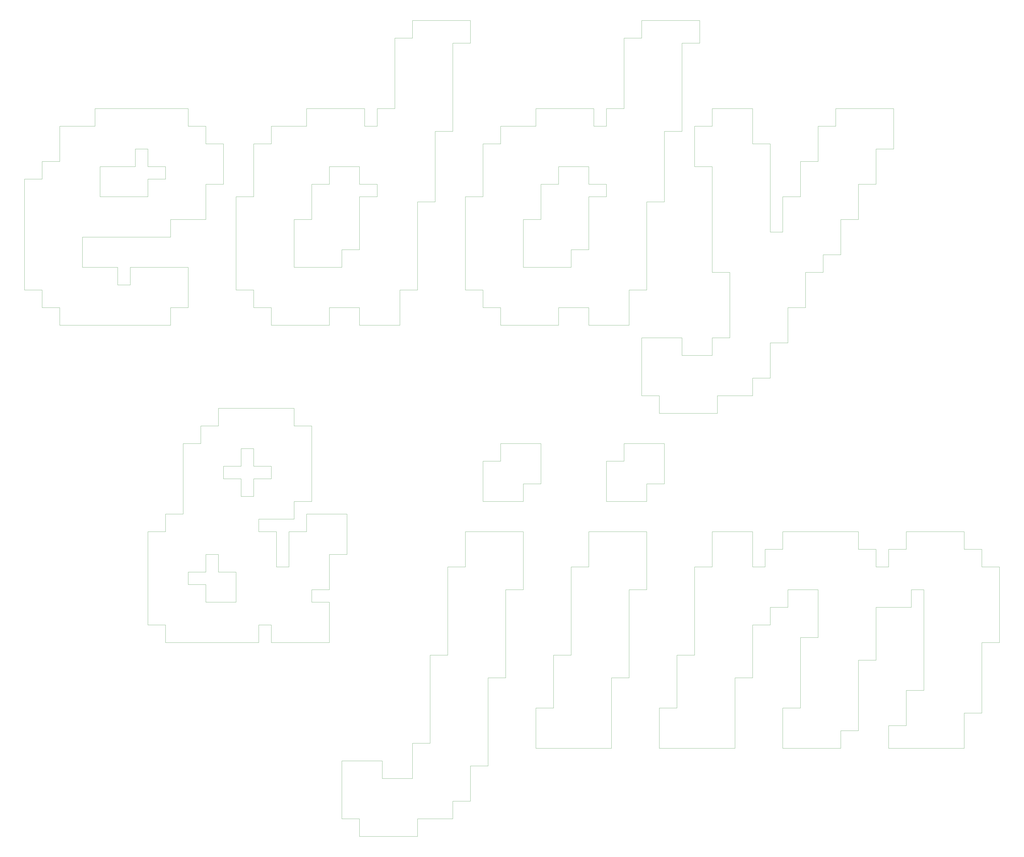
<source format=gbr>
G04 #@! TF.FileFunction,Profile,NP*
%FSLAX46Y46*%
G04 Gerber Fmt 4.6, Leading zero omitted, Abs format (unit mm)*
G04 Created by KiCad (PCBNEW 4.0.6) date Mon Jul 10 00:27:29 2017*
%MOMM*%
%LPD*%
G01*
G04 APERTURE LIST*
%ADD10C,0.100000*%
%ADD11C,0.150000*%
G04 APERTURE END LIST*
D10*
D11*
X348277800Y-35777800D02*
X350277800Y-35777800D01*
X348277800Y-35777800D02*
X348277800Y-37777800D01*
X352277800Y-35777800D02*
X362166700Y-35777800D01*
X362166700Y-35777800D02*
X364166700Y-35777800D01*
X350277800Y-35777800D02*
X352277800Y-35777800D01*
X366166700Y-35777800D02*
X376055600Y-35777800D01*
X376055600Y-35777800D02*
X378055600Y-35777800D01*
X364166700Y-35777800D02*
X366166700Y-35777800D01*
X380055600Y-35777800D02*
X389944400Y-35777800D01*
X389944400Y-35777800D02*
X391944400Y-35777800D01*
X378055600Y-35777800D02*
X380055600Y-35777800D01*
X393944400Y-35777800D02*
X393944400Y-37777800D01*
X391944400Y-35777800D02*
X393944400Y-35777800D01*
X528833300Y-35777800D02*
X530833300Y-35777800D01*
X528833300Y-35777800D02*
X528833300Y-37777800D01*
X532833300Y-35777800D02*
X542722200Y-35777800D01*
X542722200Y-35777800D02*
X544722200Y-35777800D01*
X530833300Y-35777800D02*
X532833300Y-35777800D01*
X546722200Y-35777800D02*
X556611100Y-35777800D01*
X556611100Y-35777800D02*
X558611100Y-35777800D01*
X544722200Y-35777800D02*
X546722200Y-35777800D01*
X560611100Y-35777800D02*
X570500000Y-35777800D01*
X570500000Y-35777800D02*
X572500000Y-35777800D01*
X558611100Y-35777800D02*
X560611100Y-35777800D01*
X574500000Y-35777800D02*
X574500000Y-37777800D01*
X572500000Y-35777800D02*
X574500000Y-35777800D01*
X334388900Y-49666700D02*
X336388900Y-49666700D01*
X334388900Y-49666700D02*
X334388900Y-51666700D01*
X348277800Y-37777800D02*
X348277800Y-39777800D01*
X338388900Y-49666700D02*
X348277800Y-49666700D01*
X336388900Y-49666700D02*
X338388900Y-49666700D01*
X348277800Y-39777800D02*
X348277800Y-49666700D01*
X393944400Y-37777800D02*
X393944400Y-39777800D01*
X393944400Y-39777800D02*
X393944400Y-49666700D01*
X393944400Y-49666700D02*
X393944400Y-51666700D01*
X514944400Y-49666700D02*
X516944400Y-49666700D01*
X514944400Y-49666700D02*
X514944400Y-51666700D01*
X528833300Y-37777800D02*
X528833300Y-39777800D01*
X518944400Y-49666700D02*
X528833300Y-49666700D01*
X516944400Y-49666700D02*
X518944400Y-49666700D01*
X528833300Y-39777800D02*
X528833300Y-49666700D01*
X574500000Y-37777800D02*
X574500000Y-39777800D01*
X574500000Y-39777800D02*
X574500000Y-49666700D01*
X574500000Y-49666700D02*
X574500000Y-51666700D01*
X334388900Y-51666700D02*
X334388900Y-53666700D01*
X334388900Y-63555600D02*
X334388900Y-65555600D01*
X334388900Y-53666700D02*
X334388900Y-63555600D01*
X380055600Y-53666700D02*
X389944400Y-53666700D01*
X389944400Y-53666700D02*
X391944400Y-53666700D01*
X380055600Y-53666700D02*
X380055600Y-63555600D01*
X380055600Y-63555600D02*
X380055600Y-65555600D01*
X393944400Y-51666700D02*
X393944400Y-53666700D01*
X391944400Y-53666700D02*
X393944400Y-53666700D01*
X514944400Y-51666700D02*
X514944400Y-53666700D01*
X514944400Y-63555600D02*
X514944400Y-65555600D01*
X514944400Y-53666700D02*
X514944400Y-63555600D01*
X560611100Y-53666700D02*
X570500000Y-53666700D01*
X570500000Y-53666700D02*
X572500000Y-53666700D01*
X560611100Y-53666700D02*
X560611100Y-63555600D01*
X560611100Y-63555600D02*
X560611100Y-65555600D01*
X574500000Y-51666700D02*
X574500000Y-53666700D01*
X572500000Y-53666700D02*
X574500000Y-53666700D01*
X334388900Y-65555600D02*
X334388900Y-67555600D01*
X334388900Y-77444400D02*
X334388900Y-79444400D01*
X334388900Y-67555600D02*
X334388900Y-77444400D01*
X380055600Y-65555600D02*
X380055600Y-67555600D01*
X380055600Y-67555600D02*
X380055600Y-77444400D01*
X380055600Y-77444400D02*
X380055600Y-79444400D01*
X514944400Y-65555600D02*
X514944400Y-67555600D01*
X514944400Y-77444400D02*
X514944400Y-79444400D01*
X514944400Y-67555600D02*
X514944400Y-77444400D01*
X560611100Y-65555600D02*
X560611100Y-67555600D01*
X560611100Y-67555600D02*
X560611100Y-77444400D01*
X560611100Y-77444400D02*
X560611100Y-79444400D01*
X334388900Y-79444400D02*
X334388900Y-81444400D01*
X334388900Y-91333300D02*
X334388900Y-93333300D01*
X334388900Y-81444400D02*
X334388900Y-91333300D01*
X380055600Y-79444400D02*
X380055600Y-81444400D01*
X380055600Y-81444400D02*
X380055600Y-91333300D01*
X380055600Y-91333300D02*
X380055600Y-93333300D01*
X514944400Y-79444400D02*
X514944400Y-81444400D01*
X514944400Y-91333300D02*
X514944400Y-93333300D01*
X514944400Y-81444400D02*
X514944400Y-91333300D01*
X560611100Y-79444400D02*
X560611100Y-81444400D01*
X560611100Y-81444400D02*
X560611100Y-91333300D01*
X560611100Y-91333300D02*
X560611100Y-93333300D01*
X98277800Y-105222200D02*
X100277800Y-105222200D01*
X98277800Y-105222200D02*
X98277800Y-107222200D01*
X102277800Y-105222200D02*
X112166700Y-105222200D01*
X112166700Y-105222200D02*
X114166700Y-105222200D01*
X100277800Y-105222200D02*
X102277800Y-105222200D01*
X116166700Y-105222200D02*
X126055600Y-105222200D01*
X126055600Y-105222200D02*
X128055600Y-105222200D01*
X114166700Y-105222200D02*
X116166700Y-105222200D01*
X130055600Y-105222200D02*
X139944400Y-105222200D01*
X139944400Y-105222200D02*
X141944400Y-105222200D01*
X128055600Y-105222200D02*
X130055600Y-105222200D01*
X143944400Y-105222200D02*
X153833300Y-105222200D01*
X153833300Y-105222200D02*
X155833300Y-105222200D01*
X141944400Y-105222200D02*
X143944400Y-105222200D01*
X157833300Y-105222200D02*
X167722200Y-105222200D01*
X167722200Y-105222200D02*
X169722200Y-105222200D01*
X155833300Y-105222200D02*
X157833300Y-105222200D01*
X171722200Y-105222200D02*
X171722200Y-107222200D01*
X169722200Y-105222200D02*
X171722200Y-105222200D01*
X264944400Y-105222200D02*
X266944400Y-105222200D01*
X264944400Y-105222200D02*
X264944400Y-107222200D01*
X268944400Y-105222200D02*
X278833300Y-105222200D01*
X278833300Y-105222200D02*
X280833300Y-105222200D01*
X266944400Y-105222200D02*
X268944400Y-105222200D01*
X282833300Y-105222200D02*
X292722200Y-105222200D01*
X292722200Y-105222200D02*
X294722200Y-105222200D01*
X280833300Y-105222200D02*
X282833300Y-105222200D01*
X296722200Y-105222200D02*
X306611100Y-105222200D01*
X306611100Y-105222200D02*
X308611100Y-105222200D01*
X294722200Y-105222200D02*
X296722200Y-105222200D01*
X320500000Y-105222200D02*
X322500000Y-105222200D01*
X320500000Y-105222200D02*
X320500000Y-107222200D01*
X310611100Y-105222200D02*
X310611100Y-107222200D01*
X308611100Y-105222200D02*
X310611100Y-105222200D01*
X334388900Y-93333300D02*
X334388900Y-95333300D01*
X324500000Y-105222200D02*
X334388900Y-105222200D01*
X322500000Y-105222200D02*
X324500000Y-105222200D01*
X334388900Y-95333300D02*
X334388900Y-105222200D01*
X380055600Y-93333300D02*
X380055600Y-95333300D01*
X380055600Y-95333300D02*
X380055600Y-105222200D01*
X380055600Y-105222200D02*
X380055600Y-107222200D01*
X445500000Y-105222200D02*
X447500000Y-105222200D01*
X445500000Y-105222200D02*
X445500000Y-107222200D01*
X449500000Y-105222200D02*
X459388900Y-105222200D01*
X459388900Y-105222200D02*
X461388900Y-105222200D01*
X447500000Y-105222200D02*
X449500000Y-105222200D01*
X463388900Y-105222200D02*
X473277800Y-105222200D01*
X473277800Y-105222200D02*
X475277800Y-105222200D01*
X461388900Y-105222200D02*
X463388900Y-105222200D01*
X477277800Y-105222200D02*
X487166700Y-105222200D01*
X487166700Y-105222200D02*
X489166700Y-105222200D01*
X475277800Y-105222200D02*
X477277800Y-105222200D01*
X501055600Y-105222200D02*
X503055600Y-105222200D01*
X501055600Y-105222200D02*
X501055600Y-107222200D01*
X491166700Y-105222200D02*
X491166700Y-107222200D01*
X489166700Y-105222200D02*
X491166700Y-105222200D01*
X514944400Y-93333300D02*
X514944400Y-95333300D01*
X505055600Y-105222200D02*
X514944400Y-105222200D01*
X503055600Y-105222200D02*
X505055600Y-105222200D01*
X514944400Y-95333300D02*
X514944400Y-105222200D01*
X560611100Y-93333300D02*
X560611100Y-95333300D01*
X560611100Y-95333300D02*
X560611100Y-105222200D01*
X560611100Y-105222200D02*
X560611100Y-107222200D01*
X584388900Y-105222200D02*
X586388900Y-105222200D01*
X584388900Y-105222200D02*
X584388900Y-107222200D01*
X588388900Y-105222200D02*
X598277800Y-105222200D01*
X598277800Y-105222200D02*
X600277800Y-105222200D01*
X586388900Y-105222200D02*
X588388900Y-105222200D01*
X602277800Y-105222200D02*
X612166700Y-105222200D01*
X612166700Y-105222200D02*
X614166700Y-105222200D01*
X600277800Y-105222200D02*
X602277800Y-105222200D01*
X616166700Y-105222200D02*
X616166700Y-107222200D01*
X614166700Y-105222200D02*
X616166700Y-105222200D01*
X681611100Y-105222200D02*
X683611100Y-105222200D01*
X681611100Y-105222200D02*
X681611100Y-107222200D01*
X685611100Y-105222200D02*
X695500000Y-105222200D01*
X695500000Y-105222200D02*
X697500000Y-105222200D01*
X683611100Y-105222200D02*
X685611100Y-105222200D01*
X699500000Y-105222200D02*
X709388900Y-105222200D01*
X709388900Y-105222200D02*
X711388900Y-105222200D01*
X697500000Y-105222200D02*
X699500000Y-105222200D01*
X713388900Y-105222200D02*
X723277800Y-105222200D01*
X723277800Y-105222200D02*
X725277800Y-105222200D01*
X711388900Y-105222200D02*
X713388900Y-105222200D01*
X727277800Y-105222200D02*
X727277800Y-107222200D01*
X725277800Y-105222200D02*
X727277800Y-105222200D01*
X70500000Y-119111100D02*
X72500000Y-119111100D01*
X70500000Y-119111100D02*
X70500000Y-121111100D01*
X74500000Y-119111100D02*
X84388900Y-119111100D01*
X84388900Y-119111100D02*
X86388900Y-119111100D01*
X72500000Y-119111100D02*
X74500000Y-119111100D01*
X98277800Y-107222200D02*
X98277800Y-109222200D01*
X88388900Y-119111100D02*
X98277800Y-119111100D01*
X86388900Y-119111100D02*
X88388900Y-119111100D01*
X98277800Y-109222200D02*
X98277800Y-119111100D01*
X171722200Y-107222200D02*
X171722200Y-109222200D01*
X171722200Y-109222200D02*
X171722200Y-119111100D01*
X171722200Y-119111100D02*
X181611100Y-119111100D01*
X181611100Y-119111100D02*
X183611100Y-119111100D01*
X185611100Y-119111100D02*
X185611100Y-121111100D01*
X183611100Y-119111100D02*
X185611100Y-119111100D01*
X237166700Y-119111100D02*
X239166700Y-119111100D01*
X237166700Y-119111100D02*
X237166700Y-121111100D01*
X241166700Y-119111100D02*
X251055600Y-119111100D01*
X251055600Y-119111100D02*
X253055600Y-119111100D01*
X239166700Y-119111100D02*
X241166700Y-119111100D01*
X264944400Y-107222200D02*
X264944400Y-109222200D01*
X255055600Y-119111100D02*
X264944400Y-119111100D01*
X253055600Y-119111100D02*
X255055600Y-119111100D01*
X264944400Y-109222200D02*
X264944400Y-119111100D01*
X310611100Y-107222200D02*
X310611100Y-109222200D01*
X320500000Y-107222200D02*
X320500000Y-109222200D01*
X320500000Y-109222200D02*
X320500000Y-119111100D01*
X310611100Y-119111100D02*
X320500000Y-119111100D01*
X310611100Y-109222200D02*
X310611100Y-119111100D01*
X380055600Y-107222200D02*
X380055600Y-109222200D01*
X380055600Y-109222200D02*
X380055600Y-119111100D01*
X380055600Y-119111100D02*
X380055600Y-121111100D01*
X417722200Y-119111100D02*
X419722200Y-119111100D01*
X417722200Y-119111100D02*
X417722200Y-121111100D01*
X421722200Y-119111100D02*
X431611100Y-119111100D01*
X431611100Y-119111100D02*
X433611100Y-119111100D01*
X419722200Y-119111100D02*
X421722200Y-119111100D01*
X445500000Y-107222200D02*
X445500000Y-109222200D01*
X435611100Y-119111100D02*
X445500000Y-119111100D01*
X433611100Y-119111100D02*
X435611100Y-119111100D01*
X445500000Y-109222200D02*
X445500000Y-119111100D01*
X491166700Y-107222200D02*
X491166700Y-109222200D01*
X501055600Y-107222200D02*
X501055600Y-109222200D01*
X501055600Y-109222200D02*
X501055600Y-119111100D01*
X491166700Y-119111100D02*
X501055600Y-119111100D01*
X491166700Y-109222200D02*
X491166700Y-119111100D01*
X560611100Y-107222200D02*
X560611100Y-109222200D01*
X570500000Y-119111100D02*
X572500000Y-119111100D01*
X570500000Y-119111100D02*
X570500000Y-121111100D01*
X560611100Y-119111100D02*
X560611100Y-121111100D01*
X560611100Y-109222200D02*
X560611100Y-119111100D01*
X584388900Y-107222200D02*
X584388900Y-109222200D01*
X574500000Y-119111100D02*
X584388900Y-119111100D01*
X572500000Y-119111100D02*
X574500000Y-119111100D01*
X584388900Y-109222200D02*
X584388900Y-119111100D01*
X616166700Y-107222200D02*
X616166700Y-109222200D01*
X616166700Y-109222200D02*
X616166700Y-119111100D01*
X616166700Y-119111100D02*
X616166700Y-121111100D01*
X667722200Y-119111100D02*
X669722200Y-119111100D01*
X667722200Y-119111100D02*
X667722200Y-121111100D01*
X681611100Y-107222200D02*
X681611100Y-109222200D01*
X671722200Y-119111100D02*
X681611100Y-119111100D01*
X669722200Y-119111100D02*
X671722200Y-119111100D01*
X681611100Y-109222200D02*
X681611100Y-119111100D01*
X727277800Y-107222200D02*
X727277800Y-109222200D01*
X727277800Y-109222200D02*
X727277800Y-119111100D01*
X727277800Y-119111100D02*
X727277800Y-121111100D01*
X70500000Y-121111100D02*
X70500000Y-123111100D01*
X70500000Y-133000000D02*
X70500000Y-135000000D01*
X70500000Y-123111100D02*
X70500000Y-133000000D01*
X185611100Y-121111100D02*
X185611100Y-123111100D01*
X185611100Y-123111100D02*
X185611100Y-133000000D01*
X185611100Y-133000000D02*
X195500000Y-133000000D01*
X195500000Y-133000000D02*
X197500000Y-133000000D01*
X199500000Y-133000000D02*
X199500000Y-135000000D01*
X197500000Y-133000000D02*
X199500000Y-133000000D01*
X223277800Y-133000000D02*
X225277800Y-133000000D01*
X223277800Y-133000000D02*
X223277800Y-135000000D01*
X237166700Y-121111100D02*
X237166700Y-123111100D01*
X227277800Y-133000000D02*
X237166700Y-133000000D01*
X225277800Y-133000000D02*
X227277800Y-133000000D01*
X237166700Y-123111100D02*
X237166700Y-133000000D01*
X366166700Y-123111100D02*
X376055600Y-123111100D01*
X376055600Y-123111100D02*
X378055600Y-123111100D01*
X366166700Y-123111100D02*
X366166700Y-133000000D01*
X366166700Y-133000000D02*
X366166700Y-135000000D01*
X380055600Y-121111100D02*
X380055600Y-123111100D01*
X378055600Y-123111100D02*
X380055600Y-123111100D01*
X403833300Y-133000000D02*
X405833300Y-133000000D01*
X403833300Y-133000000D02*
X403833300Y-135000000D01*
X417722200Y-121111100D02*
X417722200Y-123111100D01*
X407833300Y-133000000D02*
X417722200Y-133000000D01*
X405833300Y-133000000D02*
X407833300Y-133000000D01*
X417722200Y-123111100D02*
X417722200Y-133000000D01*
X546722200Y-123111100D02*
X556611100Y-123111100D01*
X556611100Y-123111100D02*
X558611100Y-123111100D01*
X546722200Y-123111100D02*
X546722200Y-133000000D01*
X546722200Y-133000000D02*
X546722200Y-135000000D01*
X560611100Y-121111100D02*
X560611100Y-123111100D01*
X570500000Y-121111100D02*
X570500000Y-123111100D01*
X570500000Y-133000000D02*
X570500000Y-135000000D01*
X558611100Y-123111100D02*
X560611100Y-123111100D01*
X570500000Y-123111100D02*
X570500000Y-133000000D01*
X616166700Y-121111100D02*
X616166700Y-123111100D01*
X616166700Y-123111100D02*
X616166700Y-133000000D01*
X616166700Y-133000000D02*
X626055600Y-133000000D01*
X626055600Y-133000000D02*
X628055600Y-133000000D01*
X630055600Y-133000000D02*
X630055600Y-135000000D01*
X628055600Y-133000000D02*
X630055600Y-133000000D01*
X667722200Y-121111100D02*
X667722200Y-123111100D01*
X667722200Y-133000000D02*
X667722200Y-135000000D01*
X667722200Y-123111100D02*
X667722200Y-133000000D01*
X727277800Y-121111100D02*
X727277800Y-123111100D01*
X727277800Y-123111100D02*
X727277800Y-133000000D01*
X727277800Y-133000000D02*
X727277800Y-135000000D01*
X56611100Y-146888900D02*
X58611100Y-146888900D01*
X56611100Y-146888900D02*
X56611100Y-148888900D01*
X70500000Y-135000000D02*
X70500000Y-137000000D01*
X60611100Y-146888900D02*
X70500000Y-146888900D01*
X58611100Y-146888900D02*
X60611100Y-146888900D01*
X70500000Y-137000000D02*
X70500000Y-146888900D01*
X139944400Y-146888900D02*
X139944400Y-148888900D01*
X130055600Y-146888900D02*
X130055600Y-148888900D01*
X130055600Y-137000000D02*
X139944400Y-137000000D01*
X139944400Y-137000000D02*
X139944400Y-146888900D01*
X130055600Y-137000000D02*
X130055600Y-146888900D01*
X199500000Y-135000000D02*
X199500000Y-137000000D01*
X199500000Y-137000000D02*
X199500000Y-146888900D01*
X199500000Y-146888900D02*
X199500000Y-148888900D01*
X223277800Y-135000000D02*
X223277800Y-137000000D01*
X223277800Y-146888900D02*
X223277800Y-148888900D01*
X223277800Y-137000000D02*
X223277800Y-146888900D01*
X366166700Y-135000000D02*
X366166700Y-137000000D01*
X366166700Y-137000000D02*
X366166700Y-146888900D01*
X366166700Y-146888900D02*
X366166700Y-148888900D01*
X403833300Y-135000000D02*
X403833300Y-137000000D01*
X403833300Y-146888900D02*
X403833300Y-148888900D01*
X403833300Y-137000000D02*
X403833300Y-146888900D01*
X546722200Y-135000000D02*
X546722200Y-137000000D01*
X546722200Y-137000000D02*
X546722200Y-146888900D01*
X546722200Y-146888900D02*
X546722200Y-148888900D01*
X570500000Y-135000000D02*
X570500000Y-137000000D01*
X570500000Y-146888900D02*
X570500000Y-148888900D01*
X570500000Y-137000000D02*
X570500000Y-146888900D01*
X630055600Y-135000000D02*
X630055600Y-137000000D01*
X630055600Y-137000000D02*
X630055600Y-146888900D01*
X630055600Y-146888900D02*
X630055600Y-148888900D01*
X653833300Y-146888900D02*
X655833300Y-146888900D01*
X653833300Y-146888900D02*
X653833300Y-148888900D01*
X667722200Y-135000000D02*
X667722200Y-137000000D01*
X657833300Y-146888900D02*
X667722200Y-146888900D01*
X655833300Y-146888900D02*
X657833300Y-146888900D01*
X667722200Y-137000000D02*
X667722200Y-146888900D01*
X713388900Y-137000000D02*
X723277800Y-137000000D01*
X723277800Y-137000000D02*
X725277800Y-137000000D01*
X713388900Y-137000000D02*
X713388900Y-146888900D01*
X713388900Y-146888900D02*
X713388900Y-148888900D01*
X727277800Y-135000000D02*
X727277800Y-137000000D01*
X725277800Y-137000000D02*
X727277800Y-137000000D01*
X42722200Y-160777800D02*
X44722200Y-160777800D01*
X42722200Y-160777800D02*
X42722200Y-162777800D01*
X56611100Y-148888900D02*
X56611100Y-150888900D01*
X46722200Y-160777800D02*
X56611100Y-160777800D01*
X44722200Y-160777800D02*
X46722200Y-160777800D01*
X56611100Y-150888900D02*
X56611100Y-160777800D01*
X102277800Y-150888900D02*
X112166700Y-150888900D01*
X112166700Y-150888900D02*
X114166700Y-150888900D01*
X102277800Y-150888900D02*
X102277800Y-160777800D01*
X102277800Y-160777800D02*
X102277800Y-162777800D01*
X116166700Y-150888900D02*
X126055600Y-150888900D01*
X126055600Y-150888900D02*
X128055600Y-150888900D01*
X114166700Y-150888900D02*
X116166700Y-150888900D01*
X130055600Y-148888900D02*
X130055600Y-150888900D01*
X139944400Y-148888900D02*
X139944400Y-150888900D01*
X139944400Y-150888900D02*
X141944400Y-150888900D01*
X139944400Y-160777800D02*
X141944400Y-160777800D01*
X139944400Y-160777800D02*
X139944400Y-162777800D01*
X128055600Y-150888900D02*
X130055600Y-150888900D01*
X141944400Y-160777800D02*
X143944400Y-160777800D01*
X141944400Y-150888900D02*
X143944400Y-150888900D01*
X143944400Y-150888900D02*
X153833300Y-150888900D01*
X153833300Y-150888900D02*
X153833300Y-160777800D01*
X143944400Y-160777800D02*
X153833300Y-160777800D01*
X199500000Y-148888900D02*
X199500000Y-150888900D01*
X199500000Y-150888900D02*
X199500000Y-160777800D01*
X199500000Y-160777800D02*
X199500000Y-162777800D01*
X223277800Y-148888900D02*
X223277800Y-150888900D01*
X223277800Y-160777800D02*
X223277800Y-162777800D01*
X223277800Y-150888900D02*
X223277800Y-160777800D01*
X282833300Y-150888900D02*
X292722200Y-150888900D01*
X292722200Y-150888900D02*
X294722200Y-150888900D01*
X282833300Y-150888900D02*
X282833300Y-160777800D01*
X282833300Y-160777800D02*
X282833300Y-162777800D01*
X296722200Y-150888900D02*
X306611100Y-150888900D01*
X306611100Y-150888900D02*
X306611100Y-160777800D01*
X306611100Y-160777800D02*
X306611100Y-162777800D01*
X294722200Y-150888900D02*
X296722200Y-150888900D01*
X366166700Y-148888900D02*
X366166700Y-150888900D01*
X366166700Y-150888900D02*
X366166700Y-160777800D01*
X366166700Y-160777800D02*
X366166700Y-162777800D01*
X403833300Y-148888900D02*
X403833300Y-150888900D01*
X403833300Y-160777800D02*
X403833300Y-162777800D01*
X403833300Y-150888900D02*
X403833300Y-160777800D01*
X463388900Y-150888900D02*
X473277800Y-150888900D01*
X473277800Y-150888900D02*
X475277800Y-150888900D01*
X463388900Y-150888900D02*
X463388900Y-160777800D01*
X463388900Y-160777800D02*
X463388900Y-162777800D01*
X477277800Y-150888900D02*
X487166700Y-150888900D01*
X487166700Y-150888900D02*
X487166700Y-160777800D01*
X487166700Y-160777800D02*
X487166700Y-162777800D01*
X475277800Y-150888900D02*
X477277800Y-150888900D01*
X546722200Y-148888900D02*
X546722200Y-150888900D01*
X546722200Y-150888900D02*
X546722200Y-160777800D01*
X546722200Y-160777800D02*
X546722200Y-162777800D01*
X570500000Y-148888900D02*
X570500000Y-150888900D01*
X570500000Y-150888900D02*
X572500000Y-150888900D01*
X574500000Y-150888900D02*
X584388900Y-150888900D01*
X584388900Y-150888900D02*
X584388900Y-160777800D01*
X584388900Y-160777800D02*
X584388900Y-162777800D01*
X572500000Y-150888900D02*
X574500000Y-150888900D01*
X630055600Y-148888900D02*
X630055600Y-150888900D01*
X630055600Y-150888900D02*
X630055600Y-160777800D01*
X630055600Y-160777800D02*
X630055600Y-162777800D01*
X653833300Y-148888900D02*
X653833300Y-150888900D01*
X653833300Y-160777800D02*
X653833300Y-162777800D01*
X653833300Y-150888900D02*
X653833300Y-160777800D01*
X713388900Y-148888900D02*
X713388900Y-150888900D01*
X713388900Y-150888900D02*
X713388900Y-160777800D01*
X713388900Y-160777800D02*
X713388900Y-162777800D01*
X42722200Y-162777800D02*
X42722200Y-164777800D01*
X42722200Y-174666700D02*
X42722200Y-176666700D01*
X42722200Y-164777800D02*
X42722200Y-174666700D01*
X102277800Y-162777800D02*
X102277800Y-164777800D01*
X102277800Y-164777800D02*
X102277800Y-174666700D01*
X102277800Y-174666700D02*
X112166700Y-174666700D01*
X112166700Y-174666700D02*
X114166700Y-174666700D01*
X116166700Y-174666700D02*
X126055600Y-174666700D01*
X126055600Y-174666700D02*
X128055600Y-174666700D01*
X114166700Y-174666700D02*
X116166700Y-174666700D01*
X139944400Y-162777800D02*
X139944400Y-164777800D01*
X130055600Y-174666700D02*
X139944400Y-174666700D01*
X128055600Y-174666700D02*
X130055600Y-174666700D01*
X139944400Y-164777800D02*
X139944400Y-174666700D01*
X185611100Y-164777800D02*
X195500000Y-164777800D01*
X195500000Y-164777800D02*
X197500000Y-164777800D01*
X185611100Y-164777800D02*
X185611100Y-174666700D01*
X185611100Y-174666700D02*
X185611100Y-176666700D01*
X199500000Y-162777800D02*
X199500000Y-164777800D01*
X209388900Y-174666700D02*
X211388900Y-174666700D01*
X209388900Y-174666700D02*
X209388900Y-176666700D01*
X197500000Y-164777800D02*
X199500000Y-164777800D01*
X223277800Y-162777800D02*
X223277800Y-164777800D01*
X213388900Y-174666700D02*
X223277800Y-174666700D01*
X211388900Y-174666700D02*
X213388900Y-174666700D01*
X223277800Y-164777800D02*
X223277800Y-174666700D01*
X268944400Y-164777800D02*
X278833300Y-164777800D01*
X278833300Y-164777800D02*
X280833300Y-164777800D01*
X268944400Y-164777800D02*
X268944400Y-174666700D01*
X268944400Y-174666700D02*
X268944400Y-176666700D01*
X282833300Y-162777800D02*
X282833300Y-164777800D01*
X280833300Y-164777800D02*
X282833300Y-164777800D01*
X306611100Y-162777800D02*
X306611100Y-164777800D01*
X306611100Y-164777800D02*
X308611100Y-164777800D01*
X306611100Y-174666700D02*
X308611100Y-174666700D01*
X306611100Y-174666700D02*
X306611100Y-176666700D01*
X308611100Y-174666700D02*
X310611100Y-174666700D01*
X308611100Y-164777800D02*
X310611100Y-164777800D01*
X310611100Y-164777800D02*
X320500000Y-164777800D01*
X320500000Y-164777800D02*
X320500000Y-174666700D01*
X310611100Y-174666700D02*
X320500000Y-174666700D01*
X366166700Y-162777800D02*
X366166700Y-164777800D01*
X366166700Y-164777800D02*
X366166700Y-174666700D01*
X366166700Y-174666700D02*
X366166700Y-176666700D01*
X389944400Y-174666700D02*
X391944400Y-174666700D01*
X389944400Y-174666700D02*
X389944400Y-176666700D01*
X403833300Y-162777800D02*
X403833300Y-164777800D01*
X393944400Y-174666700D02*
X403833300Y-174666700D01*
X391944400Y-174666700D02*
X393944400Y-174666700D01*
X403833300Y-164777800D02*
X403833300Y-174666700D01*
X449500000Y-164777800D02*
X459388900Y-164777800D01*
X459388900Y-164777800D02*
X461388900Y-164777800D01*
X449500000Y-164777800D02*
X449500000Y-174666700D01*
X449500000Y-174666700D02*
X449500000Y-176666700D01*
X463388900Y-162777800D02*
X463388900Y-164777800D01*
X461388900Y-164777800D02*
X463388900Y-164777800D01*
X487166700Y-162777800D02*
X487166700Y-164777800D01*
X487166700Y-164777800D02*
X489166700Y-164777800D01*
X487166700Y-174666700D02*
X489166700Y-174666700D01*
X487166700Y-174666700D02*
X487166700Y-176666700D01*
X489166700Y-174666700D02*
X491166700Y-174666700D01*
X489166700Y-164777800D02*
X491166700Y-164777800D01*
X491166700Y-164777800D02*
X501055600Y-164777800D01*
X501055600Y-164777800D02*
X501055600Y-174666700D01*
X491166700Y-174666700D02*
X501055600Y-174666700D01*
X546722200Y-162777800D02*
X546722200Y-164777800D01*
X546722200Y-164777800D02*
X546722200Y-174666700D01*
X546722200Y-174666700D02*
X546722200Y-176666700D01*
X584388900Y-162777800D02*
X584388900Y-164777800D01*
X584388900Y-174666700D02*
X584388900Y-176666700D01*
X584388900Y-164777800D02*
X584388900Y-174666700D01*
X630055600Y-162777800D02*
X630055600Y-164777800D01*
X639944400Y-174666700D02*
X641944400Y-174666700D01*
X639944400Y-174666700D02*
X639944400Y-176666700D01*
X630055600Y-174666700D02*
X630055600Y-176666700D01*
X630055600Y-164777800D02*
X630055600Y-174666700D01*
X653833300Y-162777800D02*
X653833300Y-164777800D01*
X643944400Y-174666700D02*
X653833300Y-174666700D01*
X641944400Y-174666700D02*
X643944400Y-174666700D01*
X653833300Y-164777800D02*
X653833300Y-174666700D01*
X699500000Y-164777800D02*
X709388900Y-164777800D01*
X709388900Y-164777800D02*
X711388900Y-164777800D01*
X699500000Y-164777800D02*
X699500000Y-174666700D01*
X699500000Y-174666700D02*
X699500000Y-176666700D01*
X713388900Y-162777800D02*
X713388900Y-164777800D01*
X711388900Y-164777800D02*
X713388900Y-164777800D01*
X42722200Y-176666700D02*
X42722200Y-178666700D01*
X42722200Y-188555600D02*
X42722200Y-190555600D01*
X42722200Y-178666700D02*
X42722200Y-188555600D01*
X185611100Y-176666700D02*
X185611100Y-178666700D01*
X185611100Y-178666700D02*
X185611100Y-188555600D01*
X185611100Y-188555600D02*
X185611100Y-190555600D01*
X209388900Y-176666700D02*
X209388900Y-178666700D01*
X209388900Y-188555600D02*
X209388900Y-190555600D01*
X209388900Y-178666700D02*
X209388900Y-188555600D01*
X268944400Y-176666700D02*
X268944400Y-178666700D01*
X268944400Y-178666700D02*
X268944400Y-188555600D01*
X268944400Y-188555600D02*
X268944400Y-190555600D01*
X306611100Y-176666700D02*
X306611100Y-178666700D01*
X306611100Y-188555600D02*
X306611100Y-190555600D01*
X306611100Y-178666700D02*
X306611100Y-188555600D01*
X352277800Y-178666700D02*
X362166700Y-178666700D01*
X362166700Y-178666700D02*
X364166700Y-178666700D01*
X352277800Y-178666700D02*
X352277800Y-188555600D01*
X352277800Y-188555600D02*
X352277800Y-190555600D01*
X366166700Y-176666700D02*
X366166700Y-178666700D01*
X364166700Y-178666700D02*
X366166700Y-178666700D01*
X389944400Y-176666700D02*
X389944400Y-178666700D01*
X389944400Y-188555600D02*
X389944400Y-190555600D01*
X389944400Y-178666700D02*
X389944400Y-188555600D01*
X449500000Y-176666700D02*
X449500000Y-178666700D01*
X449500000Y-178666700D02*
X449500000Y-188555600D01*
X449500000Y-188555600D02*
X449500000Y-190555600D01*
X487166700Y-176666700D02*
X487166700Y-178666700D01*
X487166700Y-188555600D02*
X487166700Y-190555600D01*
X487166700Y-178666700D02*
X487166700Y-188555600D01*
X532833300Y-178666700D02*
X542722200Y-178666700D01*
X542722200Y-178666700D02*
X544722200Y-178666700D01*
X532833300Y-178666700D02*
X532833300Y-188555600D01*
X532833300Y-188555600D02*
X532833300Y-190555600D01*
X546722200Y-176666700D02*
X546722200Y-178666700D01*
X544722200Y-178666700D02*
X546722200Y-178666700D01*
X584388900Y-176666700D02*
X584388900Y-178666700D01*
X584388900Y-188555600D02*
X584388900Y-190555600D01*
X584388900Y-178666700D02*
X584388900Y-188555600D01*
X630055600Y-176666700D02*
X630055600Y-178666700D01*
X639944400Y-176666700D02*
X639944400Y-178666700D01*
X639944400Y-188555600D02*
X639944400Y-190555600D01*
X630055600Y-188555600D02*
X630055600Y-190555600D01*
X639944400Y-178666700D02*
X639944400Y-188555600D01*
X630055600Y-178666700D02*
X630055600Y-188555600D01*
X699500000Y-176666700D02*
X699500000Y-178666700D01*
X699500000Y-178666700D02*
X699500000Y-188555600D01*
X699500000Y-188555600D02*
X699500000Y-190555600D01*
X42722200Y-190555600D02*
X42722200Y-192555600D01*
X42722200Y-202444400D02*
X42722200Y-204444400D01*
X42722200Y-192555600D02*
X42722200Y-202444400D01*
X157833300Y-192555600D02*
X167722200Y-192555600D01*
X167722200Y-192555600D02*
X169722200Y-192555600D01*
X157833300Y-192555600D02*
X157833300Y-202444400D01*
X157833300Y-202444400D02*
X157833300Y-204444400D01*
X171722200Y-192555600D02*
X181611100Y-192555600D01*
X181611100Y-192555600D02*
X183611100Y-192555600D01*
X169722200Y-192555600D02*
X171722200Y-192555600D01*
X185611100Y-190555600D02*
X185611100Y-192555600D01*
X183611100Y-192555600D02*
X185611100Y-192555600D01*
X209388900Y-190555600D02*
X209388900Y-192555600D01*
X209388900Y-202444400D02*
X209388900Y-204444400D01*
X209388900Y-192555600D02*
X209388900Y-202444400D01*
X255055600Y-192555600D02*
X264944400Y-192555600D01*
X264944400Y-192555600D02*
X266944400Y-192555600D01*
X255055600Y-192555600D02*
X255055600Y-202444400D01*
X255055600Y-202444400D02*
X255055600Y-204444400D01*
X268944400Y-190555600D02*
X268944400Y-192555600D01*
X266944400Y-192555600D02*
X268944400Y-192555600D01*
X306611100Y-190555600D02*
X306611100Y-192555600D01*
X306611100Y-202444400D02*
X306611100Y-204444400D01*
X306611100Y-192555600D02*
X306611100Y-202444400D01*
X352277800Y-190555600D02*
X352277800Y-192555600D01*
X352277800Y-192555600D02*
X352277800Y-202444400D01*
X352277800Y-202444400D02*
X352277800Y-204444400D01*
X389944400Y-190555600D02*
X389944400Y-192555600D01*
X389944400Y-202444400D02*
X389944400Y-204444400D01*
X389944400Y-192555600D02*
X389944400Y-202444400D01*
X435611100Y-192555600D02*
X445500000Y-192555600D01*
X445500000Y-192555600D02*
X447500000Y-192555600D01*
X435611100Y-192555600D02*
X435611100Y-202444400D01*
X435611100Y-202444400D02*
X435611100Y-204444400D01*
X449500000Y-190555600D02*
X449500000Y-192555600D01*
X447500000Y-192555600D02*
X449500000Y-192555600D01*
X487166700Y-190555600D02*
X487166700Y-192555600D01*
X487166700Y-202444400D02*
X487166700Y-204444400D01*
X487166700Y-192555600D02*
X487166700Y-202444400D01*
X532833300Y-190555600D02*
X532833300Y-192555600D01*
X532833300Y-192555600D02*
X532833300Y-202444400D01*
X532833300Y-202444400D02*
X532833300Y-204444400D01*
X584388900Y-190555600D02*
X584388900Y-192555600D01*
X584388900Y-202444400D02*
X584388900Y-204444400D01*
X584388900Y-192555600D02*
X584388900Y-202444400D01*
X630055600Y-190555600D02*
X630055600Y-192555600D01*
X639944400Y-190555600D02*
X639944400Y-192555600D01*
X639944400Y-192555600D02*
X639944400Y-202444400D01*
X630055600Y-202444400D02*
X639944400Y-202444400D01*
X630055600Y-192555600D02*
X630055600Y-202444400D01*
X685611100Y-192555600D02*
X695500000Y-192555600D01*
X695500000Y-192555600D02*
X697500000Y-192555600D01*
X685611100Y-192555600D02*
X685611100Y-202444400D01*
X685611100Y-202444400D02*
X685611100Y-204444400D01*
X699500000Y-190555600D02*
X699500000Y-192555600D01*
X697500000Y-192555600D02*
X699500000Y-192555600D01*
X42722200Y-204444400D02*
X42722200Y-206444400D01*
X42722200Y-216333300D02*
X42722200Y-218333300D01*
X42722200Y-206444400D02*
X42722200Y-216333300D01*
X88388900Y-206444400D02*
X98277800Y-206444400D01*
X98277800Y-206444400D02*
X100277800Y-206444400D01*
X88388900Y-206444400D02*
X88388900Y-216333300D01*
X88388900Y-216333300D02*
X88388900Y-218333300D01*
X102277800Y-206444400D02*
X112166700Y-206444400D01*
X112166700Y-206444400D02*
X114166700Y-206444400D01*
X100277800Y-206444400D02*
X102277800Y-206444400D01*
X116166700Y-206444400D02*
X126055600Y-206444400D01*
X126055600Y-206444400D02*
X128055600Y-206444400D01*
X114166700Y-206444400D02*
X116166700Y-206444400D01*
X130055600Y-206444400D02*
X139944400Y-206444400D01*
X139944400Y-206444400D02*
X141944400Y-206444400D01*
X128055600Y-206444400D02*
X130055600Y-206444400D01*
X143944400Y-206444400D02*
X153833300Y-206444400D01*
X153833300Y-206444400D02*
X155833300Y-206444400D01*
X141944400Y-206444400D02*
X143944400Y-206444400D01*
X157833300Y-204444400D02*
X157833300Y-206444400D01*
X155833300Y-206444400D02*
X157833300Y-206444400D01*
X209388900Y-204444400D02*
X209388900Y-206444400D01*
X209388900Y-216333300D02*
X209388900Y-218333300D01*
X209388900Y-206444400D02*
X209388900Y-216333300D01*
X255055600Y-204444400D02*
X255055600Y-206444400D01*
X255055600Y-206444400D02*
X255055600Y-216333300D01*
X255055600Y-216333300D02*
X255055600Y-218333300D01*
X292722200Y-216333300D02*
X294722200Y-216333300D01*
X292722200Y-216333300D02*
X292722200Y-218333300D01*
X306611100Y-204444400D02*
X306611100Y-206444400D01*
X296722200Y-216333300D02*
X306611100Y-216333300D01*
X294722200Y-216333300D02*
X296722200Y-216333300D01*
X306611100Y-206444400D02*
X306611100Y-216333300D01*
X352277800Y-204444400D02*
X352277800Y-206444400D01*
X352277800Y-206444400D02*
X352277800Y-216333300D01*
X352277800Y-216333300D02*
X352277800Y-218333300D01*
X389944400Y-204444400D02*
X389944400Y-206444400D01*
X389944400Y-216333300D02*
X389944400Y-218333300D01*
X389944400Y-206444400D02*
X389944400Y-216333300D01*
X435611100Y-204444400D02*
X435611100Y-206444400D01*
X435611100Y-206444400D02*
X435611100Y-216333300D01*
X435611100Y-216333300D02*
X435611100Y-218333300D01*
X473277800Y-216333300D02*
X475277800Y-216333300D01*
X473277800Y-216333300D02*
X473277800Y-218333300D01*
X487166700Y-204444400D02*
X487166700Y-206444400D01*
X477277800Y-216333300D02*
X487166700Y-216333300D01*
X475277800Y-216333300D02*
X477277800Y-216333300D01*
X487166700Y-206444400D02*
X487166700Y-216333300D01*
X532833300Y-204444400D02*
X532833300Y-206444400D01*
X532833300Y-206444400D02*
X532833300Y-216333300D01*
X532833300Y-216333300D02*
X532833300Y-218333300D01*
X584388900Y-204444400D02*
X584388900Y-206444400D01*
X584388900Y-216333300D02*
X584388900Y-218333300D01*
X584388900Y-206444400D02*
X584388900Y-216333300D01*
X685611100Y-204444400D02*
X685611100Y-206444400D01*
X685611100Y-206444400D02*
X685611100Y-216333300D01*
X685611100Y-216333300D02*
X685611100Y-218333300D01*
X42722200Y-218333300D02*
X42722200Y-220333300D01*
X42722200Y-230222200D02*
X42722200Y-232222200D01*
X42722200Y-220333300D02*
X42722200Y-230222200D01*
X88388900Y-218333300D02*
X88388900Y-220333300D01*
X88388900Y-220333300D02*
X88388900Y-230222200D01*
X88388900Y-230222200D02*
X98277800Y-230222200D01*
X98277800Y-230222200D02*
X100277800Y-230222200D01*
X102277800Y-230222200D02*
X112166700Y-230222200D01*
X112166700Y-230222200D02*
X114166700Y-230222200D01*
X100277800Y-230222200D02*
X102277800Y-230222200D01*
X126055600Y-230222200D02*
X128055600Y-230222200D01*
X126055600Y-230222200D02*
X126055600Y-232222200D01*
X116166700Y-230222200D02*
X116166700Y-232222200D01*
X114166700Y-230222200D02*
X116166700Y-230222200D01*
X130055600Y-230222200D02*
X139944400Y-230222200D01*
X139944400Y-230222200D02*
X141944400Y-230222200D01*
X128055600Y-230222200D02*
X130055600Y-230222200D01*
X143944400Y-230222200D02*
X153833300Y-230222200D01*
X153833300Y-230222200D02*
X155833300Y-230222200D01*
X141944400Y-230222200D02*
X143944400Y-230222200D01*
X157833300Y-230222200D02*
X167722200Y-230222200D01*
X167722200Y-230222200D02*
X169722200Y-230222200D01*
X155833300Y-230222200D02*
X157833300Y-230222200D01*
X171722200Y-230222200D02*
X171722200Y-232222200D01*
X169722200Y-230222200D02*
X171722200Y-230222200D01*
X209388900Y-218333300D02*
X209388900Y-220333300D01*
X209388900Y-230222200D02*
X209388900Y-232222200D01*
X209388900Y-220333300D02*
X209388900Y-230222200D01*
X255055600Y-218333300D02*
X255055600Y-220333300D01*
X255055600Y-220333300D02*
X255055600Y-230222200D01*
X255055600Y-230222200D02*
X264944400Y-230222200D01*
X264944400Y-230222200D02*
X266944400Y-230222200D01*
X268944400Y-230222200D02*
X278833300Y-230222200D01*
X278833300Y-230222200D02*
X280833300Y-230222200D01*
X266944400Y-230222200D02*
X268944400Y-230222200D01*
X292722200Y-218333300D02*
X292722200Y-220333300D01*
X282833300Y-230222200D02*
X292722200Y-230222200D01*
X280833300Y-230222200D02*
X282833300Y-230222200D01*
X292722200Y-220333300D02*
X292722200Y-230222200D01*
X352277800Y-218333300D02*
X352277800Y-220333300D01*
X352277800Y-220333300D02*
X352277800Y-230222200D01*
X352277800Y-230222200D02*
X352277800Y-232222200D01*
X389944400Y-218333300D02*
X389944400Y-220333300D01*
X389944400Y-230222200D02*
X389944400Y-232222200D01*
X389944400Y-220333300D02*
X389944400Y-230222200D01*
X435611100Y-218333300D02*
X435611100Y-220333300D01*
X435611100Y-220333300D02*
X435611100Y-230222200D01*
X435611100Y-230222200D02*
X445500000Y-230222200D01*
X445500000Y-230222200D02*
X447500000Y-230222200D01*
X449500000Y-230222200D02*
X459388900Y-230222200D01*
X459388900Y-230222200D02*
X461388900Y-230222200D01*
X447500000Y-230222200D02*
X449500000Y-230222200D01*
X473277800Y-218333300D02*
X473277800Y-220333300D01*
X463388900Y-230222200D02*
X473277800Y-230222200D01*
X461388900Y-230222200D02*
X463388900Y-230222200D01*
X473277800Y-220333300D02*
X473277800Y-230222200D01*
X532833300Y-218333300D02*
X532833300Y-220333300D01*
X532833300Y-220333300D02*
X532833300Y-230222200D01*
X532833300Y-230222200D02*
X532833300Y-232222200D01*
X584388900Y-218333300D02*
X584388900Y-220333300D01*
X584388900Y-230222200D02*
X584388900Y-232222200D01*
X584388900Y-220333300D02*
X584388900Y-230222200D01*
X671722200Y-220333300D02*
X681611100Y-220333300D01*
X681611100Y-220333300D02*
X683611100Y-220333300D01*
X671722200Y-220333300D02*
X671722200Y-230222200D01*
X671722200Y-230222200D02*
X671722200Y-232222200D01*
X685611100Y-218333300D02*
X685611100Y-220333300D01*
X683611100Y-220333300D02*
X685611100Y-220333300D01*
X42722200Y-232222200D02*
X42722200Y-234222200D01*
X42722200Y-244111100D02*
X42722200Y-246111100D01*
X42722200Y-234222200D02*
X42722200Y-244111100D01*
X116166700Y-232222200D02*
X116166700Y-234222200D01*
X126055600Y-232222200D02*
X126055600Y-234222200D01*
X126055600Y-234222200D02*
X126055600Y-244111100D01*
X116166700Y-244111100D02*
X126055600Y-244111100D01*
X116166700Y-234222200D02*
X116166700Y-244111100D01*
X171722200Y-232222200D02*
X171722200Y-234222200D01*
X171722200Y-234222200D02*
X171722200Y-244111100D01*
X171722200Y-244111100D02*
X171722200Y-246111100D01*
X209388900Y-232222200D02*
X209388900Y-234222200D01*
X209388900Y-244111100D02*
X209388900Y-246111100D01*
X209388900Y-234222200D02*
X209388900Y-244111100D01*
X352277800Y-232222200D02*
X352277800Y-234222200D01*
X352277800Y-234222200D02*
X352277800Y-244111100D01*
X352277800Y-244111100D02*
X352277800Y-246111100D01*
X389944400Y-232222200D02*
X389944400Y-234222200D01*
X389944400Y-244111100D02*
X389944400Y-246111100D01*
X389944400Y-234222200D02*
X389944400Y-244111100D01*
X532833300Y-232222200D02*
X532833300Y-234222200D01*
X532833300Y-234222200D02*
X532833300Y-244111100D01*
X532833300Y-244111100D02*
X532833300Y-246111100D01*
X584388900Y-232222200D02*
X584388900Y-234222200D01*
X584388900Y-234222200D02*
X586388900Y-234222200D01*
X588388900Y-234222200D02*
X598277800Y-234222200D01*
X598277800Y-234222200D02*
X598277800Y-244111100D01*
X598277800Y-244111100D02*
X598277800Y-246111100D01*
X586388900Y-234222200D02*
X588388900Y-234222200D01*
X657833300Y-234222200D02*
X667722200Y-234222200D01*
X667722200Y-234222200D02*
X669722200Y-234222200D01*
X657833300Y-234222200D02*
X657833300Y-244111100D01*
X657833300Y-244111100D02*
X657833300Y-246111100D01*
X671722200Y-232222200D02*
X671722200Y-234222200D01*
X669722200Y-234222200D02*
X671722200Y-234222200D01*
X42722200Y-246111100D02*
X42722200Y-248111100D01*
X42722200Y-248111100D02*
X44722200Y-248111100D01*
X46722200Y-248111100D02*
X56611100Y-248111100D01*
X56611100Y-248111100D02*
X56611100Y-258000000D01*
X56611100Y-258000000D02*
X56611100Y-260000000D01*
X44722200Y-248111100D02*
X46722200Y-248111100D01*
X171722200Y-246111100D02*
X171722200Y-248111100D01*
X171722200Y-248111100D02*
X171722200Y-258000000D01*
X171722200Y-258000000D02*
X171722200Y-260000000D01*
X209388900Y-246111100D02*
X209388900Y-248111100D01*
X209388900Y-248111100D02*
X211388900Y-248111100D01*
X213388900Y-248111100D02*
X223277800Y-248111100D01*
X223277800Y-248111100D02*
X223277800Y-258000000D01*
X223277800Y-258000000D02*
X223277800Y-260000000D01*
X211388900Y-248111100D02*
X213388900Y-248111100D01*
X338388900Y-248111100D02*
X348277800Y-248111100D01*
X348277800Y-248111100D02*
X350277800Y-248111100D01*
X338388900Y-248111100D02*
X338388900Y-258000000D01*
X338388900Y-258000000D02*
X338388900Y-260000000D01*
X352277800Y-246111100D02*
X352277800Y-248111100D01*
X350277800Y-248111100D02*
X352277800Y-248111100D01*
X389944400Y-246111100D02*
X389944400Y-248111100D01*
X389944400Y-248111100D02*
X391944400Y-248111100D01*
X393944400Y-248111100D02*
X403833300Y-248111100D01*
X403833300Y-248111100D02*
X403833300Y-258000000D01*
X403833300Y-258000000D02*
X403833300Y-260000000D01*
X391944400Y-248111100D02*
X393944400Y-248111100D01*
X518944400Y-248111100D02*
X528833300Y-248111100D01*
X528833300Y-248111100D02*
X530833300Y-248111100D01*
X518944400Y-248111100D02*
X518944400Y-258000000D01*
X518944400Y-258000000D02*
X518944400Y-260000000D01*
X532833300Y-246111100D02*
X532833300Y-248111100D01*
X530833300Y-248111100D02*
X532833300Y-248111100D01*
X598277800Y-246111100D02*
X598277800Y-248111100D01*
X598277800Y-258000000D02*
X598277800Y-260000000D01*
X598277800Y-248111100D02*
X598277800Y-258000000D01*
X657833300Y-246111100D02*
X657833300Y-248111100D01*
X657833300Y-248111100D02*
X657833300Y-258000000D01*
X657833300Y-258000000D02*
X657833300Y-260000000D01*
X56611100Y-260000000D02*
X56611100Y-262000000D01*
X56611100Y-262000000D02*
X58611100Y-262000000D01*
X60611100Y-262000000D02*
X70500000Y-262000000D01*
X70500000Y-262000000D02*
X70500000Y-271888900D01*
X70500000Y-271888900D02*
X70500000Y-273888900D01*
X58611100Y-262000000D02*
X60611100Y-262000000D01*
X157833300Y-262000000D02*
X167722200Y-262000000D01*
X167722200Y-262000000D02*
X169722200Y-262000000D01*
X157833300Y-262000000D02*
X157833300Y-271888900D01*
X157833300Y-271888900D02*
X157833300Y-273888900D01*
X171722200Y-260000000D02*
X171722200Y-262000000D01*
X169722200Y-262000000D02*
X171722200Y-262000000D01*
X223277800Y-260000000D02*
X223277800Y-262000000D01*
X223277800Y-262000000D02*
X225277800Y-262000000D01*
X227277800Y-262000000D02*
X237166700Y-262000000D01*
X237166700Y-262000000D02*
X237166700Y-271888900D01*
X237166700Y-271888900D02*
X237166700Y-273888900D01*
X225277800Y-262000000D02*
X227277800Y-262000000D01*
X282833300Y-262000000D02*
X292722200Y-262000000D01*
X292722200Y-262000000D02*
X294722200Y-262000000D01*
X282833300Y-262000000D02*
X282833300Y-271888900D01*
X282833300Y-271888900D02*
X282833300Y-273888900D01*
X296722200Y-262000000D02*
X306611100Y-262000000D01*
X306611100Y-262000000D02*
X306611100Y-271888900D01*
X306611100Y-271888900D02*
X306611100Y-273888900D01*
X294722200Y-262000000D02*
X296722200Y-262000000D01*
X338388900Y-260000000D02*
X338388900Y-262000000D01*
X338388900Y-262000000D02*
X338388900Y-271888900D01*
X338388900Y-271888900D02*
X338388900Y-273888900D01*
X403833300Y-260000000D02*
X403833300Y-262000000D01*
X403833300Y-262000000D02*
X405833300Y-262000000D01*
X407833300Y-262000000D02*
X417722200Y-262000000D01*
X417722200Y-262000000D02*
X417722200Y-271888900D01*
X417722200Y-271888900D02*
X417722200Y-273888900D01*
X405833300Y-262000000D02*
X407833300Y-262000000D01*
X463388900Y-262000000D02*
X473277800Y-262000000D01*
X473277800Y-262000000D02*
X475277800Y-262000000D01*
X463388900Y-262000000D02*
X463388900Y-271888900D01*
X463388900Y-271888900D02*
X463388900Y-273888900D01*
X477277800Y-262000000D02*
X487166700Y-262000000D01*
X487166700Y-262000000D02*
X487166700Y-271888900D01*
X487166700Y-271888900D02*
X487166700Y-273888900D01*
X475277800Y-262000000D02*
X477277800Y-262000000D01*
X518944400Y-260000000D02*
X518944400Y-262000000D01*
X518944400Y-262000000D02*
X518944400Y-271888900D01*
X518944400Y-271888900D02*
X518944400Y-273888900D01*
X598277800Y-260000000D02*
X598277800Y-262000000D01*
X598277800Y-271888900D02*
X598277800Y-273888900D01*
X598277800Y-262000000D02*
X598277800Y-271888900D01*
X643944400Y-262000000D02*
X653833300Y-262000000D01*
X653833300Y-262000000D02*
X655833300Y-262000000D01*
X643944400Y-262000000D02*
X643944400Y-271888900D01*
X643944400Y-271888900D02*
X643944400Y-273888900D01*
X657833300Y-260000000D02*
X657833300Y-262000000D01*
X655833300Y-262000000D02*
X657833300Y-262000000D01*
X70500000Y-273888900D02*
X70500000Y-275888900D01*
X70500000Y-275888900D02*
X72500000Y-275888900D01*
X74500000Y-275888900D02*
X84388900Y-275888900D01*
X84388900Y-275888900D02*
X86388900Y-275888900D01*
X72500000Y-275888900D02*
X74500000Y-275888900D01*
X88388900Y-275888900D02*
X98277800Y-275888900D01*
X98277800Y-275888900D02*
X100277800Y-275888900D01*
X86388900Y-275888900D02*
X88388900Y-275888900D01*
X102277800Y-275888900D02*
X112166700Y-275888900D01*
X112166700Y-275888900D02*
X114166700Y-275888900D01*
X100277800Y-275888900D02*
X102277800Y-275888900D01*
X116166700Y-275888900D02*
X126055600Y-275888900D01*
X126055600Y-275888900D02*
X128055600Y-275888900D01*
X114166700Y-275888900D02*
X116166700Y-275888900D01*
X130055600Y-275888900D02*
X139944400Y-275888900D01*
X139944400Y-275888900D02*
X141944400Y-275888900D01*
X128055600Y-275888900D02*
X130055600Y-275888900D01*
X143944400Y-275888900D02*
X153833300Y-275888900D01*
X153833300Y-275888900D02*
X155833300Y-275888900D01*
X141944400Y-275888900D02*
X143944400Y-275888900D01*
X157833300Y-273888900D02*
X157833300Y-275888900D01*
X155833300Y-275888900D02*
X157833300Y-275888900D01*
X237166700Y-273888900D02*
X237166700Y-275888900D01*
X237166700Y-275888900D02*
X239166700Y-275888900D01*
X241166700Y-275888900D02*
X251055600Y-275888900D01*
X251055600Y-275888900D02*
X253055600Y-275888900D01*
X239166700Y-275888900D02*
X241166700Y-275888900D01*
X255055600Y-275888900D02*
X264944400Y-275888900D01*
X264944400Y-275888900D02*
X266944400Y-275888900D01*
X253055600Y-275888900D02*
X255055600Y-275888900D01*
X268944400Y-275888900D02*
X278833300Y-275888900D01*
X278833300Y-275888900D02*
X280833300Y-275888900D01*
X266944400Y-275888900D02*
X268944400Y-275888900D01*
X282833300Y-273888900D02*
X282833300Y-275888900D01*
X280833300Y-275888900D02*
X282833300Y-275888900D01*
X306611100Y-273888900D02*
X306611100Y-275888900D01*
X306611100Y-275888900D02*
X308611100Y-275888900D01*
X310611100Y-275888900D02*
X320500000Y-275888900D01*
X320500000Y-275888900D02*
X322500000Y-275888900D01*
X308611100Y-275888900D02*
X310611100Y-275888900D01*
X324500000Y-275888900D02*
X334388900Y-275888900D01*
X334388900Y-275888900D02*
X336388900Y-275888900D01*
X322500000Y-275888900D02*
X324500000Y-275888900D01*
X338388900Y-273888900D02*
X338388900Y-275888900D01*
X336388900Y-275888900D02*
X338388900Y-275888900D01*
X417722200Y-273888900D02*
X417722200Y-275888900D01*
X417722200Y-275888900D02*
X419722200Y-275888900D01*
X421722200Y-275888900D02*
X431611100Y-275888900D01*
X431611100Y-275888900D02*
X433611100Y-275888900D01*
X419722200Y-275888900D02*
X421722200Y-275888900D01*
X435611100Y-275888900D02*
X445500000Y-275888900D01*
X445500000Y-275888900D02*
X447500000Y-275888900D01*
X433611100Y-275888900D02*
X435611100Y-275888900D01*
X449500000Y-275888900D02*
X459388900Y-275888900D01*
X459388900Y-275888900D02*
X461388900Y-275888900D01*
X447500000Y-275888900D02*
X449500000Y-275888900D01*
X463388900Y-273888900D02*
X463388900Y-275888900D01*
X461388900Y-275888900D02*
X463388900Y-275888900D01*
X487166700Y-273888900D02*
X487166700Y-275888900D01*
X487166700Y-275888900D02*
X489166700Y-275888900D01*
X491166700Y-275888900D02*
X501055600Y-275888900D01*
X501055600Y-275888900D02*
X503055600Y-275888900D01*
X489166700Y-275888900D02*
X491166700Y-275888900D01*
X505055600Y-275888900D02*
X514944400Y-275888900D01*
X514944400Y-275888900D02*
X516944400Y-275888900D01*
X503055600Y-275888900D02*
X505055600Y-275888900D01*
X518944400Y-273888900D02*
X518944400Y-275888900D01*
X528833300Y-285777800D02*
X530833300Y-285777800D01*
X528833300Y-285777800D02*
X528833300Y-287777800D01*
X516944400Y-275888900D02*
X518944400Y-275888900D01*
X532833300Y-285777800D02*
X542722200Y-285777800D01*
X542722200Y-285777800D02*
X544722200Y-285777800D01*
X530833300Y-285777800D02*
X532833300Y-285777800D01*
X546722200Y-285777800D02*
X556611100Y-285777800D01*
X556611100Y-285777800D02*
X558611100Y-285777800D01*
X544722200Y-285777800D02*
X546722200Y-285777800D01*
X560611100Y-285777800D02*
X560611100Y-287777800D01*
X558611100Y-285777800D02*
X560611100Y-285777800D01*
X584388900Y-285777800D02*
X586388900Y-285777800D01*
X584388900Y-285777800D02*
X584388900Y-287777800D01*
X598277800Y-273888900D02*
X598277800Y-275888900D01*
X588388900Y-285777800D02*
X598277800Y-285777800D01*
X586388900Y-285777800D02*
X588388900Y-285777800D01*
X598277800Y-275888900D02*
X598277800Y-285777800D01*
X643944400Y-273888900D02*
X643944400Y-275888900D01*
X643944400Y-275888900D02*
X643944400Y-285777800D01*
X643944400Y-285777800D02*
X643944400Y-287777800D01*
X528833300Y-287777800D02*
X528833300Y-289777800D01*
X528833300Y-299666700D02*
X528833300Y-301666700D01*
X528833300Y-289777800D02*
X528833300Y-299666700D01*
X560611100Y-287777800D02*
X560611100Y-289777800D01*
X560611100Y-289777800D02*
X560611100Y-299666700D01*
X560611100Y-299666700D02*
X570500000Y-299666700D01*
X570500000Y-299666700D02*
X572500000Y-299666700D01*
X584388900Y-287777800D02*
X584388900Y-289777800D01*
X574500000Y-299666700D02*
X584388900Y-299666700D01*
X572500000Y-299666700D02*
X574500000Y-299666700D01*
X584388900Y-289777800D02*
X584388900Y-299666700D01*
X630055600Y-289777800D02*
X639944400Y-289777800D01*
X639944400Y-289777800D02*
X641944400Y-289777800D01*
X630055600Y-289777800D02*
X630055600Y-299666700D01*
X630055600Y-299666700D02*
X630055600Y-301666700D01*
X643944400Y-287777800D02*
X643944400Y-289777800D01*
X641944400Y-289777800D02*
X643944400Y-289777800D01*
X528833300Y-301666700D02*
X528833300Y-303666700D01*
X528833300Y-313555600D02*
X528833300Y-315555600D01*
X528833300Y-303666700D02*
X528833300Y-313555600D01*
X630055600Y-301666700D02*
X630055600Y-303666700D01*
X630055600Y-303666700D02*
X630055600Y-313555600D01*
X630055600Y-313555600D02*
X630055600Y-315555600D01*
X528833300Y-315555600D02*
X528833300Y-317555600D01*
X528833300Y-327444400D02*
X528833300Y-329444400D01*
X528833300Y-317555600D02*
X528833300Y-327444400D01*
X616166700Y-317555600D02*
X626055600Y-317555600D01*
X626055600Y-317555600D02*
X628055600Y-317555600D01*
X616166700Y-317555600D02*
X616166700Y-327444400D01*
X616166700Y-327444400D02*
X616166700Y-329444400D01*
X630055600Y-315555600D02*
X630055600Y-317555600D01*
X628055600Y-317555600D02*
X630055600Y-317555600D01*
X195500000Y-341333300D02*
X197500000Y-341333300D01*
X195500000Y-341333300D02*
X195500000Y-343333300D01*
X199500000Y-341333300D02*
X209388900Y-341333300D01*
X209388900Y-341333300D02*
X211388900Y-341333300D01*
X197500000Y-341333300D02*
X199500000Y-341333300D01*
X213388900Y-341333300D02*
X223277800Y-341333300D01*
X223277800Y-341333300D02*
X225277800Y-341333300D01*
X211388900Y-341333300D02*
X213388900Y-341333300D01*
X227277800Y-341333300D02*
X237166700Y-341333300D01*
X237166700Y-341333300D02*
X239166700Y-341333300D01*
X225277800Y-341333300D02*
X227277800Y-341333300D01*
X241166700Y-341333300D02*
X251055600Y-341333300D01*
X251055600Y-341333300D02*
X253055600Y-341333300D01*
X239166700Y-341333300D02*
X241166700Y-341333300D01*
X255055600Y-341333300D02*
X255055600Y-343333300D01*
X253055600Y-341333300D02*
X255055600Y-341333300D01*
X528833300Y-329444400D02*
X528833300Y-331444400D01*
X528833300Y-331444400D02*
X530833300Y-331444400D01*
X532833300Y-331444400D02*
X542722200Y-331444400D01*
X542722200Y-331444400D02*
X542722200Y-341333300D01*
X542722200Y-341333300D02*
X542722200Y-343333300D01*
X530833300Y-331444400D02*
X532833300Y-331444400D01*
X588388900Y-331444400D02*
X598277800Y-331444400D01*
X598277800Y-331444400D02*
X600277800Y-331444400D01*
X588388900Y-331444400D02*
X588388900Y-341333300D01*
X588388900Y-341333300D02*
X588388900Y-343333300D01*
X602277800Y-331444400D02*
X612166700Y-331444400D01*
X612166700Y-331444400D02*
X614166700Y-331444400D01*
X600277800Y-331444400D02*
X602277800Y-331444400D01*
X616166700Y-329444400D02*
X616166700Y-331444400D01*
X614166700Y-331444400D02*
X616166700Y-331444400D01*
X181611100Y-355222200D02*
X183611100Y-355222200D01*
X181611100Y-355222200D02*
X181611100Y-357222200D01*
X195500000Y-343333300D02*
X195500000Y-345333300D01*
X185611100Y-355222200D02*
X195500000Y-355222200D01*
X183611100Y-355222200D02*
X185611100Y-355222200D01*
X195500000Y-345333300D02*
X195500000Y-355222200D01*
X255055600Y-343333300D02*
X255055600Y-345333300D01*
X255055600Y-345333300D02*
X255055600Y-355222200D01*
X255055600Y-355222200D02*
X264944400Y-355222200D01*
X264944400Y-355222200D02*
X266944400Y-355222200D01*
X268944400Y-355222200D02*
X268944400Y-357222200D01*
X266944400Y-355222200D02*
X268944400Y-355222200D01*
X542722200Y-343333300D02*
X542722200Y-345333300D01*
X542722200Y-345333300D02*
X544722200Y-345333300D01*
X546722200Y-345333300D02*
X556611100Y-345333300D01*
X556611100Y-345333300D02*
X558611100Y-345333300D01*
X544722200Y-345333300D02*
X546722200Y-345333300D01*
X560611100Y-345333300D02*
X570500000Y-345333300D01*
X570500000Y-345333300D02*
X572500000Y-345333300D01*
X558611100Y-345333300D02*
X560611100Y-345333300D01*
X574500000Y-345333300D02*
X584388900Y-345333300D01*
X584388900Y-345333300D02*
X586388900Y-345333300D01*
X572500000Y-345333300D02*
X574500000Y-345333300D01*
X588388900Y-343333300D02*
X588388900Y-345333300D01*
X586388900Y-345333300D02*
X588388900Y-345333300D01*
X167722200Y-369111100D02*
X169722200Y-369111100D01*
X167722200Y-369111100D02*
X167722200Y-371111100D01*
X181611100Y-357222200D02*
X181611100Y-359222200D01*
X171722200Y-369111100D02*
X181611100Y-369111100D01*
X169722200Y-369111100D02*
X171722200Y-369111100D01*
X181611100Y-359222200D02*
X181611100Y-369111100D01*
X268944400Y-357222200D02*
X268944400Y-359222200D01*
X268944400Y-359222200D02*
X268944400Y-369111100D01*
X268944400Y-369111100D02*
X268944400Y-371111100D01*
X417722200Y-369111100D02*
X419722200Y-369111100D01*
X417722200Y-369111100D02*
X417722200Y-371111100D01*
X421722200Y-369111100D02*
X431611100Y-369111100D01*
X431611100Y-369111100D02*
X433611100Y-369111100D01*
X419722200Y-369111100D02*
X421722200Y-369111100D01*
X435611100Y-369111100D02*
X445500000Y-369111100D01*
X445500000Y-369111100D02*
X447500000Y-369111100D01*
X433611100Y-369111100D02*
X435611100Y-369111100D01*
X449500000Y-369111100D02*
X449500000Y-371111100D01*
X447500000Y-369111100D02*
X449500000Y-369111100D01*
X514944400Y-369111100D02*
X516944400Y-369111100D01*
X514944400Y-369111100D02*
X514944400Y-371111100D01*
X518944400Y-369111100D02*
X528833300Y-369111100D01*
X528833300Y-369111100D02*
X530833300Y-369111100D01*
X516944400Y-369111100D02*
X518944400Y-369111100D01*
X532833300Y-369111100D02*
X542722200Y-369111100D01*
X542722200Y-369111100D02*
X544722200Y-369111100D01*
X530833300Y-369111100D02*
X532833300Y-369111100D01*
X546722200Y-369111100D02*
X546722200Y-371111100D01*
X544722200Y-369111100D02*
X546722200Y-369111100D01*
X167722200Y-371111100D02*
X167722200Y-373111100D01*
X167722200Y-383000000D02*
X167722200Y-385000000D01*
X167722200Y-373111100D02*
X167722200Y-383000000D01*
X223277800Y-383000000D02*
X223277800Y-385000000D01*
X213388900Y-383000000D02*
X213388900Y-385000000D01*
X213388900Y-373111100D02*
X223277800Y-373111100D01*
X223277800Y-373111100D02*
X223277800Y-383000000D01*
X213388900Y-373111100D02*
X213388900Y-383000000D01*
X268944400Y-371111100D02*
X268944400Y-373111100D01*
X268944400Y-373111100D02*
X268944400Y-383000000D01*
X268944400Y-383000000D02*
X268944400Y-385000000D01*
X403833300Y-383000000D02*
X405833300Y-383000000D01*
X403833300Y-383000000D02*
X403833300Y-385000000D01*
X417722200Y-371111100D02*
X417722200Y-373111100D01*
X407833300Y-383000000D02*
X417722200Y-383000000D01*
X405833300Y-383000000D02*
X407833300Y-383000000D01*
X417722200Y-373111100D02*
X417722200Y-383000000D01*
X449500000Y-371111100D02*
X449500000Y-373111100D01*
X449500000Y-373111100D02*
X449500000Y-383000000D01*
X449500000Y-383000000D02*
X449500000Y-385000000D01*
X501055600Y-383000000D02*
X503055600Y-383000000D01*
X501055600Y-383000000D02*
X501055600Y-385000000D01*
X514944400Y-371111100D02*
X514944400Y-373111100D01*
X505055600Y-383000000D02*
X514944400Y-383000000D01*
X503055600Y-383000000D02*
X505055600Y-383000000D01*
X514944400Y-373111100D02*
X514944400Y-383000000D01*
X546722200Y-371111100D02*
X546722200Y-373111100D01*
X546722200Y-373111100D02*
X546722200Y-383000000D01*
X546722200Y-383000000D02*
X546722200Y-385000000D01*
X167722200Y-385000000D02*
X167722200Y-387000000D01*
X167722200Y-396888900D02*
X167722200Y-398888900D01*
X167722200Y-387000000D02*
X167722200Y-396888900D01*
X209388900Y-387000000D02*
X211388900Y-387000000D01*
X209388900Y-396888900D02*
X211388900Y-396888900D01*
X199500000Y-387000000D02*
X209388900Y-387000000D01*
X199500000Y-396888900D02*
X209388900Y-396888900D01*
X199500000Y-387000000D02*
X199500000Y-396888900D01*
X213388900Y-385000000D02*
X213388900Y-387000000D01*
X223277800Y-385000000D02*
X223277800Y-387000000D01*
X223277800Y-387000000D02*
X225277800Y-387000000D01*
X223277800Y-396888900D02*
X225277800Y-396888900D01*
X223277800Y-396888900D02*
X223277800Y-398888900D01*
X213388900Y-396888900D02*
X213388900Y-398888900D01*
X211388900Y-396888900D02*
X213388900Y-396888900D01*
X211388900Y-387000000D02*
X213388900Y-387000000D01*
X225277800Y-396888900D02*
X227277800Y-396888900D01*
X225277800Y-387000000D02*
X227277800Y-387000000D01*
X227277800Y-387000000D02*
X237166700Y-387000000D01*
X237166700Y-387000000D02*
X237166700Y-396888900D01*
X227277800Y-396888900D02*
X237166700Y-396888900D01*
X268944400Y-385000000D02*
X268944400Y-387000000D01*
X268944400Y-387000000D02*
X268944400Y-396888900D01*
X268944400Y-396888900D02*
X268944400Y-398888900D01*
X403833300Y-385000000D02*
X403833300Y-387000000D01*
X403833300Y-396888900D02*
X403833300Y-398888900D01*
X403833300Y-387000000D02*
X403833300Y-396888900D01*
X449500000Y-385000000D02*
X449500000Y-387000000D01*
X449500000Y-387000000D02*
X449500000Y-396888900D01*
X449500000Y-396888900D02*
X449500000Y-398888900D01*
X501055600Y-385000000D02*
X501055600Y-387000000D01*
X501055600Y-396888900D02*
X501055600Y-398888900D01*
X501055600Y-387000000D02*
X501055600Y-396888900D01*
X546722200Y-385000000D02*
X546722200Y-387000000D01*
X546722200Y-387000000D02*
X546722200Y-396888900D01*
X546722200Y-396888900D02*
X546722200Y-398888900D01*
X167722200Y-398888900D02*
X167722200Y-400888900D01*
X167722200Y-410777800D02*
X167722200Y-412777800D01*
X167722200Y-400888900D02*
X167722200Y-410777800D01*
X213388900Y-398888900D02*
X213388900Y-400888900D01*
X223277800Y-398888900D02*
X223277800Y-400888900D01*
X223277800Y-400888900D02*
X223277800Y-410777800D01*
X213388900Y-410777800D02*
X223277800Y-410777800D01*
X213388900Y-400888900D02*
X213388900Y-410777800D01*
X268944400Y-398888900D02*
X268944400Y-400888900D01*
X268944400Y-400888900D02*
X268944400Y-410777800D01*
X268944400Y-410777800D02*
X268944400Y-412777800D01*
X403833300Y-398888900D02*
X403833300Y-400888900D01*
X403833300Y-410777800D02*
X403833300Y-412777800D01*
X403833300Y-400888900D02*
X403833300Y-410777800D01*
X435611100Y-400888900D02*
X445500000Y-400888900D01*
X445500000Y-400888900D02*
X447500000Y-400888900D01*
X435611100Y-400888900D02*
X435611100Y-410777800D01*
X435611100Y-410777800D02*
X435611100Y-412777800D01*
X449500000Y-398888900D02*
X449500000Y-400888900D01*
X447500000Y-400888900D02*
X449500000Y-400888900D01*
X501055600Y-398888900D02*
X501055600Y-400888900D01*
X501055600Y-410777800D02*
X501055600Y-412777800D01*
X501055600Y-400888900D02*
X501055600Y-410777800D01*
X532833300Y-400888900D02*
X542722200Y-400888900D01*
X542722200Y-400888900D02*
X544722200Y-400888900D01*
X532833300Y-400888900D02*
X532833300Y-410777800D01*
X532833300Y-410777800D02*
X532833300Y-412777800D01*
X546722200Y-398888900D02*
X546722200Y-400888900D01*
X544722200Y-400888900D02*
X546722200Y-400888900D01*
X153833300Y-424666700D02*
X155833300Y-424666700D01*
X153833300Y-424666700D02*
X153833300Y-426666700D01*
X167722200Y-412777800D02*
X167722200Y-414777800D01*
X157833300Y-424666700D02*
X167722200Y-424666700D01*
X155833300Y-424666700D02*
X157833300Y-424666700D01*
X167722200Y-414777800D02*
X167722200Y-424666700D01*
X264944400Y-414777800D02*
X266944400Y-414777800D01*
X264944400Y-424666700D02*
X266944400Y-424666700D01*
X264944400Y-424666700D02*
X264944400Y-426666700D01*
X255055600Y-424666700D02*
X255055600Y-426666700D01*
X255055600Y-414777800D02*
X264944400Y-414777800D01*
X255055600Y-414777800D02*
X255055600Y-424666700D01*
X268944400Y-412777800D02*
X268944400Y-414777800D01*
X278833300Y-424666700D02*
X280833300Y-424666700D01*
X266944400Y-424666700D02*
X268944400Y-424666700D01*
X266944400Y-414777800D02*
X268944400Y-414777800D01*
X268944400Y-424666700D02*
X278833300Y-424666700D01*
X282833300Y-424666700D02*
X292722200Y-424666700D01*
X292722200Y-424666700D02*
X294722200Y-424666700D01*
X280833300Y-424666700D02*
X282833300Y-424666700D01*
X296722200Y-424666700D02*
X296722200Y-426666700D01*
X294722200Y-424666700D02*
X296722200Y-424666700D01*
X403833300Y-412777800D02*
X403833300Y-414777800D01*
X403833300Y-414777800D02*
X405833300Y-414777800D01*
X407833300Y-414777800D02*
X417722200Y-414777800D01*
X417722200Y-414777800D02*
X419722200Y-414777800D01*
X405833300Y-414777800D02*
X407833300Y-414777800D01*
X421722200Y-414777800D02*
X431611100Y-414777800D01*
X431611100Y-414777800D02*
X433611100Y-414777800D01*
X419722200Y-414777800D02*
X421722200Y-414777800D01*
X435611100Y-412777800D02*
X435611100Y-414777800D01*
X433611100Y-414777800D02*
X435611100Y-414777800D01*
X501055600Y-412777800D02*
X501055600Y-414777800D01*
X501055600Y-414777800D02*
X503055600Y-414777800D01*
X505055600Y-414777800D02*
X514944400Y-414777800D01*
X514944400Y-414777800D02*
X516944400Y-414777800D01*
X503055600Y-414777800D02*
X505055600Y-414777800D01*
X518944400Y-414777800D02*
X528833300Y-414777800D01*
X528833300Y-414777800D02*
X530833300Y-414777800D01*
X516944400Y-414777800D02*
X518944400Y-414777800D01*
X532833300Y-412777800D02*
X532833300Y-414777800D01*
X530833300Y-414777800D02*
X532833300Y-414777800D01*
X139944400Y-438555600D02*
X141944400Y-438555600D01*
X139944400Y-438555600D02*
X139944400Y-440555600D01*
X153833300Y-426666700D02*
X153833300Y-428666700D01*
X143944400Y-438555600D02*
X153833300Y-438555600D01*
X141944400Y-438555600D02*
X143944400Y-438555600D01*
X153833300Y-428666700D02*
X153833300Y-438555600D01*
X237166700Y-428666700D02*
X239166700Y-428666700D01*
X237166700Y-438555600D02*
X239166700Y-438555600D01*
X227277800Y-428666700D02*
X237166700Y-428666700D01*
X227277800Y-438555600D02*
X237166700Y-438555600D01*
X227277800Y-428666700D02*
X227277800Y-438555600D01*
X251055600Y-428666700D02*
X253055600Y-428666700D01*
X251055600Y-438555600D02*
X253055600Y-438555600D01*
X251055600Y-438555600D02*
X251055600Y-440555600D01*
X241166700Y-438555600D02*
X241166700Y-440555600D01*
X239166700Y-438555600D02*
X241166700Y-438555600D01*
X239166700Y-428666700D02*
X241166700Y-428666700D01*
X241166700Y-428666700D02*
X251055600Y-428666700D01*
X255055600Y-426666700D02*
X255055600Y-428666700D01*
X264944400Y-426666700D02*
X264944400Y-428666700D01*
X253055600Y-438555600D02*
X255055600Y-438555600D01*
X253055600Y-428666700D02*
X255055600Y-428666700D01*
X264944400Y-428666700D02*
X264944400Y-438555600D01*
X255055600Y-438555600D02*
X264944400Y-438555600D01*
X296722200Y-426666700D02*
X296722200Y-428666700D01*
X296722200Y-428666700D02*
X296722200Y-438555600D01*
X296722200Y-438555600D02*
X296722200Y-440555600D01*
X389944400Y-438555600D02*
X391944400Y-438555600D01*
X389944400Y-438555600D02*
X389944400Y-440555600D01*
X393944400Y-438555600D02*
X403833300Y-438555600D01*
X403833300Y-438555600D02*
X405833300Y-438555600D01*
X391944400Y-438555600D02*
X393944400Y-438555600D01*
X407833300Y-438555600D02*
X417722200Y-438555600D01*
X417722200Y-438555600D02*
X419722200Y-438555600D01*
X405833300Y-438555600D02*
X407833300Y-438555600D01*
X421722200Y-438555600D02*
X431611100Y-438555600D01*
X431611100Y-438555600D02*
X433611100Y-438555600D01*
X419722200Y-438555600D02*
X421722200Y-438555600D01*
X435611100Y-438555600D02*
X435611100Y-440555600D01*
X433611100Y-438555600D02*
X435611100Y-438555600D01*
X487166700Y-438555600D02*
X489166700Y-438555600D01*
X487166700Y-438555600D02*
X487166700Y-440555600D01*
X491166700Y-438555600D02*
X501055600Y-438555600D01*
X501055600Y-438555600D02*
X503055600Y-438555600D01*
X489166700Y-438555600D02*
X491166700Y-438555600D01*
X505055600Y-438555600D02*
X514944400Y-438555600D01*
X514944400Y-438555600D02*
X516944400Y-438555600D01*
X503055600Y-438555600D02*
X505055600Y-438555600D01*
X518944400Y-438555600D02*
X528833300Y-438555600D01*
X528833300Y-438555600D02*
X530833300Y-438555600D01*
X516944400Y-438555600D02*
X518944400Y-438555600D01*
X532833300Y-438555600D02*
X532833300Y-440555600D01*
X530833300Y-438555600D02*
X532833300Y-438555600D01*
X584388900Y-438555600D02*
X586388900Y-438555600D01*
X584388900Y-438555600D02*
X584388900Y-440555600D01*
X588388900Y-438555600D02*
X598277800Y-438555600D01*
X598277800Y-438555600D02*
X600277800Y-438555600D01*
X586388900Y-438555600D02*
X588388900Y-438555600D01*
X602277800Y-438555600D02*
X612166700Y-438555600D01*
X612166700Y-438555600D02*
X614166700Y-438555600D01*
X600277800Y-438555600D02*
X602277800Y-438555600D01*
X616166700Y-438555600D02*
X616166700Y-440555600D01*
X614166700Y-438555600D02*
X616166700Y-438555600D01*
X639944400Y-438555600D02*
X641944400Y-438555600D01*
X639944400Y-438555600D02*
X639944400Y-440555600D01*
X643944400Y-438555600D02*
X653833300Y-438555600D01*
X653833300Y-438555600D02*
X655833300Y-438555600D01*
X641944400Y-438555600D02*
X643944400Y-438555600D01*
X657833300Y-438555600D02*
X667722200Y-438555600D01*
X667722200Y-438555600D02*
X669722200Y-438555600D01*
X655833300Y-438555600D02*
X657833300Y-438555600D01*
X671722200Y-438555600D02*
X681611100Y-438555600D01*
X681611100Y-438555600D02*
X683611100Y-438555600D01*
X669722200Y-438555600D02*
X671722200Y-438555600D01*
X685611100Y-438555600D02*
X695500000Y-438555600D01*
X695500000Y-438555600D02*
X697500000Y-438555600D01*
X683611100Y-438555600D02*
X685611100Y-438555600D01*
X699500000Y-438555600D02*
X699500000Y-440555600D01*
X697500000Y-438555600D02*
X699500000Y-438555600D01*
X737166700Y-438555600D02*
X739166700Y-438555600D01*
X737166700Y-438555600D02*
X737166700Y-440555600D01*
X741166700Y-438555600D02*
X751055600Y-438555600D01*
X751055600Y-438555600D02*
X753055600Y-438555600D01*
X739166700Y-438555600D02*
X741166700Y-438555600D01*
X755055600Y-438555600D02*
X764944400Y-438555600D01*
X764944400Y-438555600D02*
X766944400Y-438555600D01*
X753055600Y-438555600D02*
X755055600Y-438555600D01*
X768944400Y-438555600D02*
X778833300Y-438555600D01*
X778833300Y-438555600D02*
X780833300Y-438555600D01*
X766944400Y-438555600D02*
X768944400Y-438555600D01*
X782833300Y-438555600D02*
X782833300Y-440555600D01*
X780833300Y-438555600D02*
X782833300Y-438555600D01*
X139944400Y-440555600D02*
X139944400Y-442555600D01*
X139944400Y-452444400D02*
X139944400Y-454444400D01*
X139944400Y-442555600D02*
X139944400Y-452444400D01*
X241166700Y-440555600D02*
X241166700Y-442555600D01*
X251055600Y-440555600D02*
X251055600Y-442555600D01*
X251055600Y-452444400D02*
X251055600Y-454444400D01*
X241166700Y-452444400D02*
X241166700Y-454444400D01*
X251055600Y-442555600D02*
X251055600Y-452444400D01*
X241166700Y-442555600D02*
X241166700Y-452444400D01*
X296722200Y-440555600D02*
X296722200Y-442555600D01*
X296722200Y-442555600D02*
X296722200Y-452444400D01*
X296722200Y-452444400D02*
X296722200Y-454444400D01*
X389944400Y-440555600D02*
X389944400Y-442555600D01*
X389944400Y-452444400D02*
X389944400Y-454444400D01*
X389944400Y-442555600D02*
X389944400Y-452444400D01*
X435611100Y-440555600D02*
X435611100Y-442555600D01*
X435611100Y-442555600D02*
X435611100Y-452444400D01*
X435611100Y-452444400D02*
X435611100Y-454444400D01*
X487166700Y-440555600D02*
X487166700Y-442555600D01*
X487166700Y-452444400D02*
X487166700Y-454444400D01*
X487166700Y-442555600D02*
X487166700Y-452444400D01*
X532833300Y-440555600D02*
X532833300Y-442555600D01*
X532833300Y-442555600D02*
X532833300Y-452444400D01*
X532833300Y-452444400D02*
X532833300Y-454444400D01*
X584388900Y-440555600D02*
X584388900Y-442555600D01*
X584388900Y-452444400D02*
X584388900Y-454444400D01*
X584388900Y-442555600D02*
X584388900Y-452444400D01*
X616166700Y-440555600D02*
X616166700Y-442555600D01*
X626055600Y-452444400D02*
X628055600Y-452444400D01*
X626055600Y-452444400D02*
X626055600Y-454444400D01*
X616166700Y-452444400D02*
X616166700Y-454444400D01*
X616166700Y-442555600D02*
X616166700Y-452444400D01*
X639944400Y-440555600D02*
X639944400Y-442555600D01*
X630055600Y-452444400D02*
X639944400Y-452444400D01*
X628055600Y-452444400D02*
X630055600Y-452444400D01*
X639944400Y-442555600D02*
X639944400Y-452444400D01*
X699500000Y-440555600D02*
X699500000Y-442555600D01*
X699500000Y-442555600D02*
X699500000Y-452444400D01*
X699500000Y-452444400D02*
X709388900Y-452444400D01*
X709388900Y-452444400D02*
X711388900Y-452444400D01*
X723277800Y-452444400D02*
X725277800Y-452444400D01*
X723277800Y-452444400D02*
X723277800Y-454444400D01*
X713388900Y-452444400D02*
X713388900Y-454444400D01*
X711388900Y-452444400D02*
X713388900Y-452444400D01*
X737166700Y-440555600D02*
X737166700Y-442555600D01*
X727277800Y-452444400D02*
X737166700Y-452444400D01*
X725277800Y-452444400D02*
X727277800Y-452444400D01*
X737166700Y-442555600D02*
X737166700Y-452444400D01*
X782833300Y-440555600D02*
X782833300Y-442555600D01*
X782833300Y-442555600D02*
X782833300Y-452444400D01*
X782833300Y-452444400D02*
X792722200Y-452444400D01*
X792722200Y-452444400D02*
X794722200Y-452444400D01*
X796722200Y-452444400D02*
X796722200Y-454444400D01*
X794722200Y-452444400D02*
X796722200Y-452444400D01*
X139944400Y-454444400D02*
X139944400Y-456444400D01*
X139944400Y-466333300D02*
X139944400Y-468333300D01*
X139944400Y-456444400D02*
X139944400Y-466333300D01*
X195500000Y-466333300D02*
X195500000Y-468333300D01*
X185611100Y-466333300D02*
X185611100Y-468333300D01*
X185611100Y-456444400D02*
X195500000Y-456444400D01*
X195500000Y-456444400D02*
X195500000Y-466333300D01*
X185611100Y-456444400D02*
X185611100Y-466333300D01*
X241166700Y-454444400D02*
X241166700Y-456444400D01*
X251055600Y-454444400D02*
X251055600Y-456444400D01*
X251055600Y-456444400D02*
X251055600Y-466333300D01*
X241166700Y-466333300D02*
X251055600Y-466333300D01*
X241166700Y-456444400D02*
X241166700Y-466333300D01*
X282833300Y-456444400D02*
X292722200Y-456444400D01*
X292722200Y-456444400D02*
X294722200Y-456444400D01*
X282833300Y-456444400D02*
X282833300Y-466333300D01*
X282833300Y-466333300D02*
X282833300Y-468333300D01*
X296722200Y-454444400D02*
X296722200Y-456444400D01*
X294722200Y-456444400D02*
X296722200Y-456444400D01*
X376055600Y-466333300D02*
X378055600Y-466333300D01*
X376055600Y-466333300D02*
X376055600Y-468333300D01*
X389944400Y-454444400D02*
X389944400Y-456444400D01*
X380055600Y-466333300D02*
X389944400Y-466333300D01*
X378055600Y-466333300D02*
X380055600Y-466333300D01*
X389944400Y-456444400D02*
X389944400Y-466333300D01*
X435611100Y-454444400D02*
X435611100Y-456444400D01*
X435611100Y-456444400D02*
X435611100Y-466333300D01*
X435611100Y-466333300D02*
X435611100Y-468333300D01*
X473277800Y-466333300D02*
X475277800Y-466333300D01*
X473277800Y-466333300D02*
X473277800Y-468333300D01*
X487166700Y-454444400D02*
X487166700Y-456444400D01*
X477277800Y-466333300D02*
X487166700Y-466333300D01*
X475277800Y-466333300D02*
X477277800Y-466333300D01*
X487166700Y-456444400D02*
X487166700Y-466333300D01*
X532833300Y-454444400D02*
X532833300Y-456444400D01*
X532833300Y-456444400D02*
X532833300Y-466333300D01*
X532833300Y-466333300D02*
X532833300Y-468333300D01*
X570500000Y-466333300D02*
X572500000Y-466333300D01*
X570500000Y-466333300D02*
X570500000Y-468333300D01*
X584388900Y-454444400D02*
X584388900Y-456444400D01*
X574500000Y-466333300D02*
X584388900Y-466333300D01*
X572500000Y-466333300D02*
X574500000Y-466333300D01*
X584388900Y-456444400D02*
X584388900Y-466333300D01*
X616166700Y-454444400D02*
X616166700Y-456444400D01*
X626055600Y-454444400D02*
X626055600Y-456444400D01*
X626055600Y-456444400D02*
X626055600Y-466333300D01*
X616166700Y-466333300D02*
X626055600Y-466333300D01*
X616166700Y-456444400D02*
X616166700Y-466333300D01*
X713388900Y-454444400D02*
X713388900Y-456444400D01*
X723277800Y-454444400D02*
X723277800Y-456444400D01*
X723277800Y-456444400D02*
X723277800Y-466333300D01*
X713388900Y-466333300D02*
X723277800Y-466333300D01*
X713388900Y-456444400D02*
X713388900Y-466333300D01*
X796722200Y-454444400D02*
X796722200Y-456444400D01*
X796722200Y-456444400D02*
X796722200Y-466333300D01*
X796722200Y-466333300D02*
X806611100Y-466333300D01*
X806611100Y-466333300D02*
X808611100Y-466333300D01*
X810611100Y-466333300D02*
X810611100Y-468333300D01*
X808611100Y-466333300D02*
X810611100Y-466333300D01*
X139944400Y-468333300D02*
X139944400Y-470333300D01*
X139944400Y-480222200D02*
X139944400Y-482222200D01*
X139944400Y-470333300D02*
X139944400Y-480222200D01*
X181611100Y-470333300D02*
X183611100Y-470333300D01*
X181611100Y-480222200D02*
X183611100Y-480222200D01*
X171722200Y-470333300D02*
X181611100Y-470333300D01*
X171722200Y-480222200D02*
X181611100Y-480222200D01*
X171722200Y-470333300D02*
X171722200Y-480222200D01*
X185611100Y-468333300D02*
X185611100Y-470333300D01*
X195500000Y-468333300D02*
X195500000Y-470333300D01*
X195500000Y-470333300D02*
X197500000Y-470333300D01*
X185611100Y-480222200D02*
X185611100Y-482222200D01*
X183611100Y-480222200D02*
X185611100Y-480222200D01*
X183611100Y-470333300D02*
X185611100Y-470333300D01*
X199500000Y-470333300D02*
X209388900Y-470333300D01*
X209388900Y-470333300D02*
X209388900Y-480222200D01*
X209388900Y-480222200D02*
X209388900Y-482222200D01*
X197500000Y-470333300D02*
X199500000Y-470333300D01*
X282833300Y-468333300D02*
X282833300Y-470333300D01*
X282833300Y-470333300D02*
X282833300Y-480222200D01*
X282833300Y-480222200D02*
X282833300Y-482222200D01*
X376055600Y-468333300D02*
X376055600Y-470333300D01*
X376055600Y-480222200D02*
X376055600Y-482222200D01*
X376055600Y-470333300D02*
X376055600Y-480222200D01*
X435611100Y-468333300D02*
X435611100Y-470333300D01*
X435611100Y-470333300D02*
X435611100Y-480222200D01*
X435611100Y-480222200D02*
X435611100Y-482222200D01*
X473277800Y-468333300D02*
X473277800Y-470333300D01*
X473277800Y-480222200D02*
X473277800Y-482222200D01*
X473277800Y-470333300D02*
X473277800Y-480222200D01*
X532833300Y-468333300D02*
X532833300Y-470333300D01*
X532833300Y-470333300D02*
X532833300Y-480222200D01*
X532833300Y-480222200D02*
X532833300Y-482222200D01*
X570500000Y-468333300D02*
X570500000Y-470333300D01*
X570500000Y-480222200D02*
X570500000Y-482222200D01*
X570500000Y-470333300D02*
X570500000Y-480222200D01*
X810611100Y-468333300D02*
X810611100Y-470333300D01*
X810611100Y-470333300D02*
X810611100Y-480222200D01*
X810611100Y-480222200D02*
X810611100Y-482222200D01*
X139944400Y-482222200D02*
X139944400Y-484222200D01*
X139944400Y-494111100D02*
X139944400Y-496111100D01*
X139944400Y-484222200D02*
X139944400Y-494111100D01*
X185611100Y-482222200D02*
X185611100Y-484222200D01*
X185611100Y-484222200D02*
X185611100Y-494111100D01*
X185611100Y-494111100D02*
X195500000Y-494111100D01*
X195500000Y-494111100D02*
X197500000Y-494111100D01*
X209388900Y-482222200D02*
X209388900Y-484222200D01*
X199500000Y-494111100D02*
X209388900Y-494111100D01*
X197500000Y-494111100D02*
X199500000Y-494111100D01*
X209388900Y-484222200D02*
X209388900Y-494111100D01*
X278833300Y-484222200D02*
X280833300Y-484222200D01*
X278833300Y-494111100D02*
X280833300Y-494111100D01*
X268944400Y-484222200D02*
X278833300Y-484222200D01*
X268944400Y-494111100D02*
X278833300Y-494111100D01*
X268944400Y-484222200D02*
X268944400Y-494111100D01*
X282833300Y-482222200D02*
X282833300Y-484222200D01*
X282833300Y-494111100D02*
X282833300Y-496111100D01*
X280833300Y-494111100D02*
X282833300Y-494111100D01*
X280833300Y-484222200D02*
X282833300Y-484222200D01*
X376055600Y-482222200D02*
X376055600Y-484222200D01*
X376055600Y-494111100D02*
X376055600Y-496111100D01*
X376055600Y-484222200D02*
X376055600Y-494111100D01*
X421722200Y-484222200D02*
X431611100Y-484222200D01*
X431611100Y-484222200D02*
X433611100Y-484222200D01*
X421722200Y-484222200D02*
X421722200Y-494111100D01*
X421722200Y-494111100D02*
X421722200Y-496111100D01*
X435611100Y-482222200D02*
X435611100Y-484222200D01*
X433611100Y-484222200D02*
X435611100Y-484222200D01*
X473277800Y-482222200D02*
X473277800Y-484222200D01*
X473277800Y-494111100D02*
X473277800Y-496111100D01*
X473277800Y-484222200D02*
X473277800Y-494111100D01*
X518944400Y-484222200D02*
X528833300Y-484222200D01*
X528833300Y-484222200D02*
X530833300Y-484222200D01*
X518944400Y-484222200D02*
X518944400Y-494111100D01*
X518944400Y-494111100D02*
X518944400Y-496111100D01*
X532833300Y-482222200D02*
X532833300Y-484222200D01*
X530833300Y-484222200D02*
X532833300Y-484222200D01*
X570500000Y-482222200D02*
X570500000Y-484222200D01*
X570500000Y-494111100D02*
X570500000Y-496111100D01*
X570500000Y-484222200D02*
X570500000Y-494111100D01*
X643944400Y-484222200D02*
X653833300Y-484222200D01*
X653833300Y-484222200D02*
X655833300Y-484222200D01*
X643944400Y-484222200D02*
X643944400Y-494111100D01*
X643944400Y-494111100D02*
X643944400Y-496111100D01*
X657833300Y-484222200D02*
X667722200Y-484222200D01*
X667722200Y-484222200D02*
X667722200Y-494111100D01*
X667722200Y-494111100D02*
X667722200Y-496111100D01*
X655833300Y-484222200D02*
X657833300Y-484222200D01*
X751055600Y-494111100D02*
X751055600Y-496111100D01*
X741166700Y-494111100D02*
X741166700Y-496111100D01*
X741166700Y-484222200D02*
X751055600Y-484222200D01*
X751055600Y-484222200D02*
X751055600Y-494111100D01*
X741166700Y-484222200D02*
X741166700Y-494111100D01*
X810611100Y-482222200D02*
X810611100Y-484222200D01*
X810611100Y-484222200D02*
X810611100Y-494111100D01*
X810611100Y-494111100D02*
X810611100Y-496111100D01*
X139944400Y-496111100D02*
X139944400Y-498111100D01*
X139944400Y-508000000D02*
X139944400Y-510000000D01*
X139944400Y-498111100D02*
X139944400Y-508000000D01*
X282833300Y-496111100D02*
X282833300Y-498111100D01*
X282833300Y-498111100D02*
X282833300Y-508000000D01*
X282833300Y-508000000D02*
X282833300Y-510000000D01*
X376055600Y-496111100D02*
X376055600Y-498111100D01*
X376055600Y-508000000D02*
X376055600Y-510000000D01*
X376055600Y-498111100D02*
X376055600Y-508000000D01*
X421722200Y-496111100D02*
X421722200Y-498111100D01*
X421722200Y-498111100D02*
X421722200Y-508000000D01*
X421722200Y-508000000D02*
X421722200Y-510000000D01*
X473277800Y-496111100D02*
X473277800Y-498111100D01*
X473277800Y-508000000D02*
X473277800Y-510000000D01*
X473277800Y-498111100D02*
X473277800Y-508000000D01*
X518944400Y-496111100D02*
X518944400Y-498111100D01*
X518944400Y-498111100D02*
X518944400Y-508000000D01*
X518944400Y-508000000D02*
X518944400Y-510000000D01*
X570500000Y-496111100D02*
X570500000Y-498111100D01*
X570500000Y-508000000D02*
X570500000Y-510000000D01*
X570500000Y-498111100D02*
X570500000Y-508000000D01*
X630055600Y-498111100D02*
X639944400Y-498111100D01*
X639944400Y-498111100D02*
X641944400Y-498111100D01*
X630055600Y-498111100D02*
X630055600Y-508000000D01*
X630055600Y-508000000D02*
X630055600Y-510000000D01*
X643944400Y-496111100D02*
X643944400Y-498111100D01*
X641944400Y-498111100D02*
X643944400Y-498111100D01*
X667722200Y-496111100D02*
X667722200Y-498111100D01*
X667722200Y-508000000D02*
X667722200Y-510000000D01*
X667722200Y-498111100D02*
X667722200Y-508000000D01*
X713388900Y-498111100D02*
X723277800Y-498111100D01*
X723277800Y-498111100D02*
X725277800Y-498111100D01*
X713388900Y-498111100D02*
X713388900Y-508000000D01*
X713388900Y-508000000D02*
X713388900Y-510000000D01*
X727277800Y-498111100D02*
X737166700Y-498111100D01*
X737166700Y-498111100D02*
X739166700Y-498111100D01*
X725277800Y-498111100D02*
X727277800Y-498111100D01*
X741166700Y-496111100D02*
X741166700Y-498111100D01*
X751055600Y-496111100D02*
X751055600Y-498111100D01*
X751055600Y-508000000D02*
X751055600Y-510000000D01*
X739166700Y-498111100D02*
X741166700Y-498111100D01*
X751055600Y-498111100D02*
X751055600Y-508000000D01*
X810611100Y-496111100D02*
X810611100Y-498111100D01*
X810611100Y-498111100D02*
X810611100Y-508000000D01*
X810611100Y-508000000D02*
X810611100Y-510000000D01*
X139944400Y-510000000D02*
X139944400Y-512000000D01*
X139944400Y-512000000D02*
X141944400Y-512000000D01*
X143944400Y-512000000D02*
X153833300Y-512000000D01*
X153833300Y-512000000D02*
X153833300Y-521888900D01*
X153833300Y-521888900D02*
X153833300Y-523888900D01*
X141944400Y-512000000D02*
X143944400Y-512000000D01*
X237166700Y-521888900D02*
X237166700Y-523888900D01*
X227277800Y-521888900D02*
X227277800Y-523888900D01*
X227277800Y-512000000D02*
X237166700Y-512000000D01*
X237166700Y-512000000D02*
X237166700Y-521888900D01*
X227277800Y-512000000D02*
X227277800Y-521888900D01*
X282833300Y-510000000D02*
X282833300Y-512000000D01*
X282833300Y-512000000D02*
X282833300Y-521888900D01*
X282833300Y-521888900D02*
X282833300Y-523888900D01*
X376055600Y-510000000D02*
X376055600Y-512000000D01*
X376055600Y-521888900D02*
X376055600Y-523888900D01*
X376055600Y-512000000D02*
X376055600Y-521888900D01*
X421722200Y-510000000D02*
X421722200Y-512000000D01*
X421722200Y-512000000D02*
X421722200Y-521888900D01*
X421722200Y-521888900D02*
X421722200Y-523888900D01*
X473277800Y-510000000D02*
X473277800Y-512000000D01*
X473277800Y-521888900D02*
X473277800Y-523888900D01*
X473277800Y-512000000D02*
X473277800Y-521888900D01*
X518944400Y-510000000D02*
X518944400Y-512000000D01*
X518944400Y-512000000D02*
X518944400Y-521888900D01*
X518944400Y-521888900D02*
X518944400Y-523888900D01*
X570500000Y-510000000D02*
X570500000Y-512000000D01*
X570500000Y-521888900D02*
X570500000Y-523888900D01*
X570500000Y-512000000D02*
X570500000Y-521888900D01*
X616166700Y-512000000D02*
X626055600Y-512000000D01*
X626055600Y-512000000D02*
X628055600Y-512000000D01*
X616166700Y-512000000D02*
X616166700Y-521888900D01*
X616166700Y-521888900D02*
X616166700Y-523888900D01*
X630055600Y-510000000D02*
X630055600Y-512000000D01*
X628055600Y-512000000D02*
X630055600Y-512000000D01*
X653833300Y-521888900D02*
X655833300Y-521888900D01*
X653833300Y-521888900D02*
X653833300Y-523888900D01*
X667722200Y-510000000D02*
X667722200Y-512000000D01*
X657833300Y-521888900D02*
X667722200Y-521888900D01*
X655833300Y-521888900D02*
X657833300Y-521888900D01*
X667722200Y-512000000D02*
X667722200Y-521888900D01*
X713388900Y-510000000D02*
X713388900Y-512000000D01*
X713388900Y-512000000D02*
X713388900Y-521888900D01*
X713388900Y-521888900D02*
X713388900Y-523888900D01*
X751055600Y-510000000D02*
X751055600Y-512000000D01*
X751055600Y-521888900D02*
X751055600Y-523888900D01*
X751055600Y-512000000D02*
X751055600Y-521888900D01*
X810611100Y-510000000D02*
X810611100Y-512000000D01*
X810611100Y-512000000D02*
X810611100Y-521888900D01*
X810611100Y-521888900D02*
X810611100Y-523888900D01*
X153833300Y-523888900D02*
X153833300Y-525888900D01*
X153833300Y-525888900D02*
X155833300Y-525888900D01*
X157833300Y-525888900D02*
X167722200Y-525888900D01*
X167722200Y-525888900D02*
X169722200Y-525888900D01*
X155833300Y-525888900D02*
X157833300Y-525888900D01*
X171722200Y-525888900D02*
X181611100Y-525888900D01*
X181611100Y-525888900D02*
X183611100Y-525888900D01*
X169722200Y-525888900D02*
X171722200Y-525888900D01*
X185611100Y-525888900D02*
X195500000Y-525888900D01*
X195500000Y-525888900D02*
X197500000Y-525888900D01*
X183611100Y-525888900D02*
X185611100Y-525888900D01*
X199500000Y-525888900D02*
X209388900Y-525888900D01*
X209388900Y-525888900D02*
X211388900Y-525888900D01*
X197500000Y-525888900D02*
X199500000Y-525888900D01*
X213388900Y-525888900D02*
X223277800Y-525888900D01*
X223277800Y-525888900D02*
X225277800Y-525888900D01*
X211388900Y-525888900D02*
X213388900Y-525888900D01*
X227277800Y-523888900D02*
X227277800Y-525888900D01*
X237166700Y-523888900D02*
X237166700Y-525888900D01*
X237166700Y-525888900D02*
X239166700Y-525888900D01*
X225277800Y-525888900D02*
X227277800Y-525888900D01*
X241166700Y-525888900D02*
X251055600Y-525888900D01*
X251055600Y-525888900D02*
X253055600Y-525888900D01*
X239166700Y-525888900D02*
X241166700Y-525888900D01*
X255055600Y-525888900D02*
X264944400Y-525888900D01*
X264944400Y-525888900D02*
X266944400Y-525888900D01*
X253055600Y-525888900D02*
X255055600Y-525888900D01*
X268944400Y-525888900D02*
X278833300Y-525888900D01*
X278833300Y-525888900D02*
X280833300Y-525888900D01*
X266944400Y-525888900D02*
X268944400Y-525888900D01*
X282833300Y-523888900D02*
X282833300Y-525888900D01*
X280833300Y-525888900D02*
X282833300Y-525888900D01*
X362166700Y-535777800D02*
X364166700Y-535777800D01*
X362166700Y-535777800D02*
X362166700Y-537777800D01*
X376055600Y-523888900D02*
X376055600Y-525888900D01*
X366166700Y-535777800D02*
X376055600Y-535777800D01*
X364166700Y-535777800D02*
X366166700Y-535777800D01*
X376055600Y-525888900D02*
X376055600Y-535777800D01*
X421722200Y-523888900D02*
X421722200Y-525888900D01*
X421722200Y-525888900D02*
X421722200Y-535777800D01*
X421722200Y-535777800D02*
X421722200Y-537777800D01*
X459388900Y-535777800D02*
X461388900Y-535777800D01*
X459388900Y-535777800D02*
X459388900Y-537777800D01*
X473277800Y-523888900D02*
X473277800Y-525888900D01*
X463388900Y-535777800D02*
X473277800Y-535777800D01*
X461388900Y-535777800D02*
X463388900Y-535777800D01*
X473277800Y-525888900D02*
X473277800Y-535777800D01*
X518944400Y-523888900D02*
X518944400Y-525888900D01*
X518944400Y-525888900D02*
X518944400Y-535777800D01*
X518944400Y-535777800D02*
X518944400Y-537777800D01*
X556611100Y-535777800D02*
X558611100Y-535777800D01*
X556611100Y-535777800D02*
X556611100Y-537777800D01*
X570500000Y-523888900D02*
X570500000Y-525888900D01*
X560611100Y-535777800D02*
X570500000Y-535777800D01*
X558611100Y-535777800D02*
X560611100Y-535777800D01*
X570500000Y-525888900D02*
X570500000Y-535777800D01*
X616166700Y-523888900D02*
X616166700Y-525888900D01*
X616166700Y-525888900D02*
X616166700Y-535777800D01*
X616166700Y-535777800D02*
X616166700Y-537777800D01*
X653833300Y-523888900D02*
X653833300Y-525888900D01*
X653833300Y-535777800D02*
X653833300Y-537777800D01*
X653833300Y-525888900D02*
X653833300Y-535777800D01*
X713388900Y-523888900D02*
X713388900Y-525888900D01*
X713388900Y-525888900D02*
X713388900Y-535777800D01*
X713388900Y-535777800D02*
X713388900Y-537777800D01*
X751055600Y-523888900D02*
X751055600Y-525888900D01*
X751055600Y-535777800D02*
X751055600Y-537777800D01*
X751055600Y-525888900D02*
X751055600Y-535777800D01*
X796722200Y-525888900D02*
X806611100Y-525888900D01*
X806611100Y-525888900D02*
X808611100Y-525888900D01*
X796722200Y-525888900D02*
X796722200Y-535777800D01*
X796722200Y-535777800D02*
X796722200Y-537777800D01*
X810611100Y-523888900D02*
X810611100Y-525888900D01*
X808611100Y-525888900D02*
X810611100Y-525888900D01*
X362166700Y-537777800D02*
X362166700Y-539777800D01*
X362166700Y-549666700D02*
X362166700Y-551666700D01*
X362166700Y-539777800D02*
X362166700Y-549666700D01*
X421722200Y-537777800D02*
X421722200Y-539777800D01*
X421722200Y-539777800D02*
X421722200Y-549666700D01*
X421722200Y-549666700D02*
X421722200Y-551666700D01*
X459388900Y-537777800D02*
X459388900Y-539777800D01*
X459388900Y-549666700D02*
X459388900Y-551666700D01*
X459388900Y-539777800D02*
X459388900Y-549666700D01*
X518944400Y-537777800D02*
X518944400Y-539777800D01*
X518944400Y-539777800D02*
X518944400Y-549666700D01*
X518944400Y-549666700D02*
X518944400Y-551666700D01*
X556611100Y-537777800D02*
X556611100Y-539777800D01*
X556611100Y-549666700D02*
X556611100Y-551666700D01*
X556611100Y-539777800D02*
X556611100Y-549666700D01*
X616166700Y-537777800D02*
X616166700Y-539777800D01*
X616166700Y-539777800D02*
X616166700Y-549666700D01*
X616166700Y-549666700D02*
X616166700Y-551666700D01*
X653833300Y-537777800D02*
X653833300Y-539777800D01*
X653833300Y-549666700D02*
X653833300Y-551666700D01*
X653833300Y-539777800D02*
X653833300Y-549666700D01*
X699500000Y-539777800D02*
X709388900Y-539777800D01*
X709388900Y-539777800D02*
X711388900Y-539777800D01*
X699500000Y-539777800D02*
X699500000Y-549666700D01*
X699500000Y-549666700D02*
X699500000Y-551666700D01*
X713388900Y-537777800D02*
X713388900Y-539777800D01*
X711388900Y-539777800D02*
X713388900Y-539777800D01*
X751055600Y-537777800D02*
X751055600Y-539777800D01*
X751055600Y-549666700D02*
X751055600Y-551666700D01*
X751055600Y-539777800D02*
X751055600Y-549666700D01*
X796722200Y-537777800D02*
X796722200Y-539777800D01*
X796722200Y-539777800D02*
X796722200Y-549666700D01*
X796722200Y-549666700D02*
X796722200Y-551666700D01*
X362166700Y-551666700D02*
X362166700Y-553666700D01*
X362166700Y-563555600D02*
X362166700Y-565555600D01*
X362166700Y-553666700D02*
X362166700Y-563555600D01*
X407833300Y-553666700D02*
X417722200Y-553666700D01*
X417722200Y-553666700D02*
X419722200Y-553666700D01*
X407833300Y-553666700D02*
X407833300Y-563555600D01*
X407833300Y-563555600D02*
X407833300Y-565555600D01*
X421722200Y-551666700D02*
X421722200Y-553666700D01*
X419722200Y-553666700D02*
X421722200Y-553666700D01*
X459388900Y-551666700D02*
X459388900Y-553666700D01*
X459388900Y-563555600D02*
X459388900Y-565555600D01*
X459388900Y-553666700D02*
X459388900Y-563555600D01*
X505055600Y-553666700D02*
X514944400Y-553666700D01*
X514944400Y-553666700D02*
X516944400Y-553666700D01*
X505055600Y-553666700D02*
X505055600Y-563555600D01*
X505055600Y-563555600D02*
X505055600Y-565555600D01*
X518944400Y-551666700D02*
X518944400Y-553666700D01*
X516944400Y-553666700D02*
X518944400Y-553666700D01*
X556611100Y-551666700D02*
X556611100Y-553666700D01*
X556611100Y-563555600D02*
X556611100Y-565555600D01*
X556611100Y-553666700D02*
X556611100Y-563555600D01*
X602277800Y-553666700D02*
X612166700Y-553666700D01*
X612166700Y-553666700D02*
X614166700Y-553666700D01*
X602277800Y-553666700D02*
X602277800Y-563555600D01*
X602277800Y-563555600D02*
X602277800Y-565555600D01*
X616166700Y-551666700D02*
X616166700Y-553666700D01*
X614166700Y-553666700D02*
X616166700Y-553666700D01*
X653833300Y-551666700D02*
X653833300Y-553666700D01*
X653833300Y-563555600D02*
X653833300Y-565555600D01*
X653833300Y-553666700D02*
X653833300Y-563555600D01*
X699500000Y-551666700D02*
X699500000Y-553666700D01*
X699500000Y-553666700D02*
X699500000Y-563555600D01*
X699500000Y-563555600D02*
X699500000Y-565555600D01*
X737166700Y-563555600D02*
X739166700Y-563555600D01*
X737166700Y-563555600D02*
X737166700Y-565555600D01*
X751055600Y-551666700D02*
X751055600Y-553666700D01*
X741166700Y-563555600D02*
X751055600Y-563555600D01*
X739166700Y-563555600D02*
X741166700Y-563555600D01*
X751055600Y-553666700D02*
X751055600Y-563555600D01*
X796722200Y-551666700D02*
X796722200Y-553666700D01*
X796722200Y-553666700D02*
X796722200Y-563555600D01*
X796722200Y-563555600D02*
X796722200Y-565555600D01*
X362166700Y-565555600D02*
X362166700Y-567555600D01*
X362166700Y-577444400D02*
X362166700Y-579444400D01*
X362166700Y-567555600D02*
X362166700Y-577444400D01*
X407833300Y-565555600D02*
X407833300Y-567555600D01*
X407833300Y-567555600D02*
X407833300Y-577444400D01*
X407833300Y-577444400D02*
X407833300Y-579444400D01*
X445500000Y-577444400D02*
X447500000Y-577444400D01*
X445500000Y-577444400D02*
X445500000Y-579444400D01*
X459388900Y-565555600D02*
X459388900Y-567555600D01*
X449500000Y-577444400D02*
X459388900Y-577444400D01*
X447500000Y-577444400D02*
X449500000Y-577444400D01*
X459388900Y-567555600D02*
X459388900Y-577444400D01*
X505055600Y-565555600D02*
X505055600Y-567555600D01*
X505055600Y-567555600D02*
X505055600Y-577444400D01*
X505055600Y-577444400D02*
X505055600Y-579444400D01*
X542722200Y-577444400D02*
X544722200Y-577444400D01*
X542722200Y-577444400D02*
X542722200Y-579444400D01*
X556611100Y-565555600D02*
X556611100Y-567555600D01*
X546722200Y-577444400D02*
X556611100Y-577444400D01*
X544722200Y-577444400D02*
X546722200Y-577444400D01*
X556611100Y-567555600D02*
X556611100Y-577444400D01*
X602277800Y-565555600D02*
X602277800Y-567555600D01*
X602277800Y-567555600D02*
X602277800Y-577444400D01*
X602277800Y-577444400D02*
X602277800Y-579444400D01*
X639944400Y-577444400D02*
X641944400Y-577444400D01*
X639944400Y-577444400D02*
X639944400Y-579444400D01*
X653833300Y-565555600D02*
X653833300Y-567555600D01*
X643944400Y-577444400D02*
X653833300Y-577444400D01*
X641944400Y-577444400D02*
X643944400Y-577444400D01*
X653833300Y-567555600D02*
X653833300Y-577444400D01*
X699500000Y-565555600D02*
X699500000Y-567555600D01*
X699500000Y-567555600D02*
X699500000Y-577444400D01*
X699500000Y-577444400D02*
X699500000Y-579444400D01*
X737166700Y-565555600D02*
X737166700Y-567555600D01*
X737166700Y-577444400D02*
X737166700Y-579444400D01*
X737166700Y-567555600D02*
X737166700Y-577444400D01*
X796722200Y-565555600D02*
X796722200Y-567555600D01*
X796722200Y-567555600D02*
X796722200Y-577444400D01*
X796722200Y-577444400D02*
X796722200Y-579444400D01*
X362166700Y-579444400D02*
X362166700Y-581444400D01*
X362166700Y-591333300D02*
X362166700Y-593333300D01*
X362166700Y-581444400D02*
X362166700Y-591333300D01*
X407833300Y-579444400D02*
X407833300Y-581444400D01*
X407833300Y-581444400D02*
X407833300Y-591333300D01*
X407833300Y-591333300D02*
X407833300Y-593333300D01*
X445500000Y-579444400D02*
X445500000Y-581444400D01*
X445500000Y-591333300D02*
X445500000Y-593333300D01*
X445500000Y-581444400D02*
X445500000Y-591333300D01*
X505055600Y-579444400D02*
X505055600Y-581444400D01*
X505055600Y-581444400D02*
X505055600Y-591333300D01*
X505055600Y-591333300D02*
X505055600Y-593333300D01*
X542722200Y-579444400D02*
X542722200Y-581444400D01*
X542722200Y-591333300D02*
X542722200Y-593333300D01*
X542722200Y-581444400D02*
X542722200Y-591333300D01*
X602277800Y-579444400D02*
X602277800Y-581444400D01*
X602277800Y-581444400D02*
X602277800Y-591333300D01*
X602277800Y-591333300D02*
X602277800Y-593333300D01*
X639944400Y-579444400D02*
X639944400Y-581444400D01*
X639944400Y-591333300D02*
X639944400Y-593333300D01*
X639944400Y-581444400D02*
X639944400Y-591333300D01*
X699500000Y-579444400D02*
X699500000Y-581444400D01*
X699500000Y-581444400D02*
X699500000Y-591333300D01*
X699500000Y-591333300D02*
X699500000Y-593333300D01*
X723277800Y-591333300D02*
X725277800Y-591333300D01*
X723277800Y-591333300D02*
X723277800Y-593333300D01*
X737166700Y-579444400D02*
X737166700Y-581444400D01*
X727277800Y-591333300D02*
X737166700Y-591333300D01*
X725277800Y-591333300D02*
X727277800Y-591333300D01*
X737166700Y-581444400D02*
X737166700Y-591333300D01*
X782833300Y-581444400D02*
X792722200Y-581444400D01*
X792722200Y-581444400D02*
X794722200Y-581444400D01*
X782833300Y-581444400D02*
X782833300Y-591333300D01*
X782833300Y-591333300D02*
X782833300Y-593333300D01*
X796722200Y-579444400D02*
X796722200Y-581444400D01*
X794722200Y-581444400D02*
X796722200Y-581444400D01*
X348277800Y-605222200D02*
X350277800Y-605222200D01*
X348277800Y-605222200D02*
X348277800Y-607222200D01*
X362166700Y-593333300D02*
X362166700Y-595333300D01*
X352277800Y-605222200D02*
X362166700Y-605222200D01*
X350277800Y-605222200D02*
X352277800Y-605222200D01*
X362166700Y-595333300D02*
X362166700Y-605222200D01*
X407833300Y-593333300D02*
X407833300Y-595333300D01*
X407833300Y-595333300D02*
X407833300Y-605222200D01*
X407833300Y-605222200D02*
X407833300Y-607222200D01*
X445500000Y-593333300D02*
X445500000Y-595333300D01*
X445500000Y-605222200D02*
X445500000Y-607222200D01*
X445500000Y-595333300D02*
X445500000Y-605222200D01*
X505055600Y-593333300D02*
X505055600Y-595333300D01*
X505055600Y-595333300D02*
X505055600Y-605222200D01*
X505055600Y-605222200D02*
X505055600Y-607222200D01*
X542722200Y-593333300D02*
X542722200Y-595333300D01*
X542722200Y-605222200D02*
X542722200Y-607222200D01*
X542722200Y-595333300D02*
X542722200Y-605222200D01*
X602277800Y-593333300D02*
X602277800Y-595333300D01*
X602277800Y-595333300D02*
X602277800Y-605222200D01*
X602277800Y-605222200D02*
X602277800Y-607222200D01*
X639944400Y-593333300D02*
X639944400Y-595333300D01*
X639944400Y-605222200D02*
X639944400Y-607222200D01*
X639944400Y-595333300D02*
X639944400Y-605222200D01*
X685611100Y-595333300D02*
X695500000Y-595333300D01*
X695500000Y-595333300D02*
X697500000Y-595333300D01*
X685611100Y-595333300D02*
X685611100Y-605222200D01*
X685611100Y-605222200D02*
X685611100Y-607222200D01*
X699500000Y-593333300D02*
X699500000Y-595333300D01*
X697500000Y-595333300D02*
X699500000Y-595333300D01*
X723277800Y-593333300D02*
X723277800Y-595333300D01*
X723277800Y-605222200D02*
X723277800Y-607222200D01*
X723277800Y-595333300D02*
X723277800Y-605222200D01*
X782833300Y-593333300D02*
X782833300Y-595333300D01*
X782833300Y-595333300D02*
X782833300Y-605222200D01*
X782833300Y-605222200D02*
X782833300Y-607222200D01*
X292722200Y-619111100D02*
X294722200Y-619111100D01*
X292722200Y-619111100D02*
X292722200Y-621111100D01*
X296722200Y-619111100D02*
X306611100Y-619111100D01*
X306611100Y-619111100D02*
X308611100Y-619111100D01*
X294722200Y-619111100D02*
X296722200Y-619111100D01*
X310611100Y-619111100D02*
X320500000Y-619111100D01*
X320500000Y-619111100D02*
X322500000Y-619111100D01*
X308611100Y-619111100D02*
X310611100Y-619111100D01*
X324500000Y-619111100D02*
X324500000Y-621111100D01*
X322500000Y-619111100D02*
X324500000Y-619111100D01*
X348277800Y-607222200D02*
X348277800Y-609222200D01*
X348277800Y-619111100D02*
X348277800Y-621111100D01*
X348277800Y-609222200D02*
X348277800Y-619111100D01*
X407833300Y-607222200D02*
X407833300Y-609222200D01*
X407833300Y-609222200D02*
X407833300Y-619111100D01*
X407833300Y-619111100D02*
X407833300Y-621111100D01*
X445500000Y-607222200D02*
X445500000Y-609222200D01*
X445500000Y-609222200D02*
X447500000Y-609222200D01*
X449500000Y-609222200D02*
X459388900Y-609222200D01*
X459388900Y-609222200D02*
X461388900Y-609222200D01*
X447500000Y-609222200D02*
X449500000Y-609222200D01*
X463388900Y-609222200D02*
X473277800Y-609222200D01*
X473277800Y-609222200D02*
X475277800Y-609222200D01*
X461388900Y-609222200D02*
X463388900Y-609222200D01*
X477277800Y-609222200D02*
X487166700Y-609222200D01*
X487166700Y-609222200D02*
X489166700Y-609222200D01*
X475277800Y-609222200D02*
X477277800Y-609222200D01*
X491166700Y-609222200D02*
X501055600Y-609222200D01*
X501055600Y-609222200D02*
X503055600Y-609222200D01*
X489166700Y-609222200D02*
X491166700Y-609222200D01*
X505055600Y-607222200D02*
X505055600Y-609222200D01*
X503055600Y-609222200D02*
X505055600Y-609222200D01*
X542722200Y-607222200D02*
X542722200Y-609222200D01*
X542722200Y-609222200D02*
X544722200Y-609222200D01*
X546722200Y-609222200D02*
X556611100Y-609222200D01*
X556611100Y-609222200D02*
X558611100Y-609222200D01*
X544722200Y-609222200D02*
X546722200Y-609222200D01*
X560611100Y-609222200D02*
X570500000Y-609222200D01*
X570500000Y-609222200D02*
X572500000Y-609222200D01*
X558611100Y-609222200D02*
X560611100Y-609222200D01*
X574500000Y-609222200D02*
X584388900Y-609222200D01*
X584388900Y-609222200D02*
X586388900Y-609222200D01*
X572500000Y-609222200D02*
X574500000Y-609222200D01*
X588388900Y-609222200D02*
X598277800Y-609222200D01*
X598277800Y-609222200D02*
X600277800Y-609222200D01*
X586388900Y-609222200D02*
X588388900Y-609222200D01*
X602277800Y-607222200D02*
X602277800Y-609222200D01*
X600277800Y-609222200D02*
X602277800Y-609222200D01*
X639944400Y-607222200D02*
X639944400Y-609222200D01*
X639944400Y-609222200D02*
X641944400Y-609222200D01*
X643944400Y-609222200D02*
X653833300Y-609222200D01*
X653833300Y-609222200D02*
X655833300Y-609222200D01*
X641944400Y-609222200D02*
X643944400Y-609222200D01*
X657833300Y-609222200D02*
X667722200Y-609222200D01*
X667722200Y-609222200D02*
X669722200Y-609222200D01*
X655833300Y-609222200D02*
X657833300Y-609222200D01*
X671722200Y-609222200D02*
X681611100Y-609222200D01*
X681611100Y-609222200D02*
X683611100Y-609222200D01*
X669722200Y-609222200D02*
X671722200Y-609222200D01*
X685611100Y-607222200D02*
X685611100Y-609222200D01*
X683611100Y-609222200D02*
X685611100Y-609222200D01*
X723277800Y-607222200D02*
X723277800Y-609222200D01*
X723277800Y-609222200D02*
X725277800Y-609222200D01*
X727277800Y-609222200D02*
X737166700Y-609222200D01*
X737166700Y-609222200D02*
X739166700Y-609222200D01*
X725277800Y-609222200D02*
X727277800Y-609222200D01*
X741166700Y-609222200D02*
X751055600Y-609222200D01*
X751055600Y-609222200D02*
X753055600Y-609222200D01*
X739166700Y-609222200D02*
X741166700Y-609222200D01*
X755055600Y-609222200D02*
X764944400Y-609222200D01*
X764944400Y-609222200D02*
X766944400Y-609222200D01*
X753055600Y-609222200D02*
X755055600Y-609222200D01*
X768944400Y-609222200D02*
X778833300Y-609222200D01*
X778833300Y-609222200D02*
X780833300Y-609222200D01*
X766944400Y-609222200D02*
X768944400Y-609222200D01*
X782833300Y-607222200D02*
X782833300Y-609222200D01*
X780833300Y-609222200D02*
X782833300Y-609222200D01*
X292722200Y-621111100D02*
X292722200Y-623111100D01*
X292722200Y-633000000D02*
X292722200Y-635000000D01*
X292722200Y-623111100D02*
X292722200Y-633000000D01*
X324500000Y-621111100D02*
X324500000Y-623111100D01*
X324500000Y-623111100D02*
X324500000Y-633000000D01*
X324500000Y-633000000D02*
X334388900Y-633000000D01*
X334388900Y-633000000D02*
X336388900Y-633000000D01*
X348277800Y-621111100D02*
X348277800Y-623111100D01*
X338388900Y-633000000D02*
X348277800Y-633000000D01*
X336388900Y-633000000D02*
X338388900Y-633000000D01*
X348277800Y-623111100D02*
X348277800Y-633000000D01*
X393944400Y-623111100D02*
X403833300Y-623111100D01*
X403833300Y-623111100D02*
X405833300Y-623111100D01*
X393944400Y-623111100D02*
X393944400Y-633000000D01*
X393944400Y-633000000D02*
X393944400Y-635000000D01*
X407833300Y-621111100D02*
X407833300Y-623111100D01*
X405833300Y-623111100D02*
X407833300Y-623111100D01*
X292722200Y-635000000D02*
X292722200Y-637000000D01*
X292722200Y-646888900D02*
X292722200Y-648888900D01*
X292722200Y-637000000D02*
X292722200Y-646888900D01*
X393944400Y-635000000D02*
X393944400Y-637000000D01*
X393944400Y-637000000D02*
X393944400Y-646888900D01*
X393944400Y-646888900D02*
X393944400Y-648888900D01*
X292722200Y-648888900D02*
X292722200Y-650888900D01*
X292722200Y-660777800D02*
X292722200Y-662777800D01*
X292722200Y-650888900D02*
X292722200Y-660777800D01*
X380055600Y-650888900D02*
X389944400Y-650888900D01*
X389944400Y-650888900D02*
X391944400Y-650888900D01*
X380055600Y-650888900D02*
X380055600Y-660777800D01*
X380055600Y-660777800D02*
X380055600Y-662777800D01*
X393944400Y-648888900D02*
X393944400Y-650888900D01*
X391944400Y-650888900D02*
X393944400Y-650888900D01*
X292722200Y-662777800D02*
X292722200Y-664777800D01*
X292722200Y-664777800D02*
X294722200Y-664777800D01*
X296722200Y-664777800D02*
X306611100Y-664777800D01*
X306611100Y-664777800D02*
X306611100Y-674666700D01*
X306611100Y-674666700D02*
X306611100Y-676666700D01*
X294722200Y-664777800D02*
X296722200Y-664777800D01*
X352277800Y-664777800D02*
X362166700Y-664777800D01*
X362166700Y-664777800D02*
X364166700Y-664777800D01*
X352277800Y-664777800D02*
X352277800Y-674666700D01*
X352277800Y-674666700D02*
X352277800Y-676666700D01*
X366166700Y-664777800D02*
X376055600Y-664777800D01*
X376055600Y-664777800D02*
X378055600Y-664777800D01*
X364166700Y-664777800D02*
X366166700Y-664777800D01*
X380055600Y-662777800D02*
X380055600Y-664777800D01*
X378055600Y-664777800D02*
X380055600Y-664777800D01*
X306611100Y-676666700D02*
X306611100Y-678666700D01*
X306611100Y-678666700D02*
X308611100Y-678666700D01*
X310611100Y-678666700D02*
X320500000Y-678666700D01*
X320500000Y-678666700D02*
X322500000Y-678666700D01*
X308611100Y-678666700D02*
X310611100Y-678666700D01*
X324500000Y-678666700D02*
X334388900Y-678666700D01*
X334388900Y-678666700D02*
X336388900Y-678666700D01*
X322500000Y-678666700D02*
X324500000Y-678666700D01*
X338388900Y-678666700D02*
X348277800Y-678666700D01*
X348277800Y-678666700D02*
X350277800Y-678666700D01*
X336388900Y-678666700D02*
X338388900Y-678666700D01*
X352277800Y-676666700D02*
X352277800Y-678666700D01*
X350277800Y-678666700D02*
X352277800Y-678666700D01*
M02*

</source>
